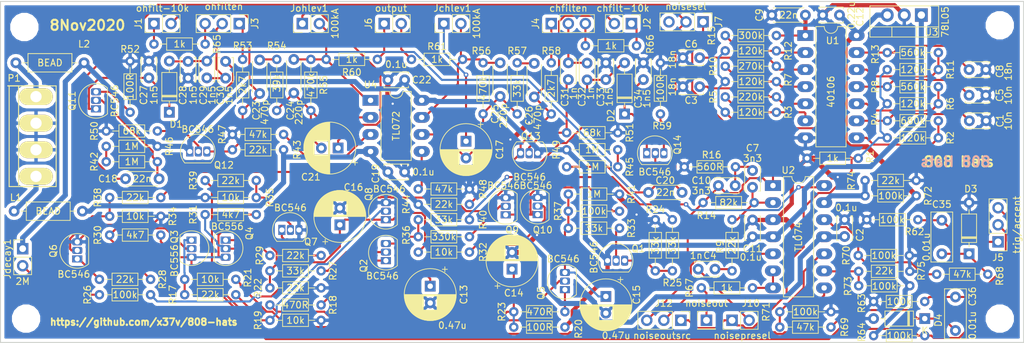
<source format=kicad_pcb>
(kicad_pcb (version 20171130) (host pcbnew 5.0.2-bee76a0~70~ubuntu18.04.1)
  (layers (0 F.Cu signal) (31 B.Cu signal) (34 B.Paste user) (35 F.Paste user) (36 B.SilkS user) (37 F.SilkS user) (38 B.Mask user) (39 F.Mask user) (44 Edge.Cuts user))
  (net 0 "")
  (net 1 "Net-(C1-Pad1)")
  (net 2 GND)
  (net 3 -15V)
  (net 4 "Net-(C3-Pad1)")
  (net 5 "Net-(C4-Pad2)")
  (net 6 "Net-(C4-Pad1)")
  (net 7 "Net-(C5-Pad1)")
  (net 8 "Net-(C6-Pad1)")
  (net 9 "Net-(C10-Pad2)")
  (net 10 "Net-(C7-Pad2)")
  (net 11 "Net-(C8-Pad1)")
  (net 12 "Net-(C9-Pad1)")
  (net 13 "Net-(C10-Pad1)")
  (net 14 +15V)
  (net 15 +5V)
  (net 16 "Net-(C13-Pad1)")
  (net 17 "Net-(C14-Pad1)")
  (net 18 "Net-(C15-Pad1)")
  (net 19 "Net-(C16-Pad1)")
  (net 20 "Net-(C17-Pad1)")
  (net 21 "Net-(C17-Pad2)")
  (net 22 "Net-(C18-Pad1)")
  (net 23 noise)
  (net 24 "Net-(C20-Pad1)")
  (net 25 "Net-(C21-Pad1)")
  (net 26 "Net-(C21-Pad2)")
  (net 27 "Net-(C23-Pad1)")
  (net 28 "Net-(C23-Pad2)")
  (net 29 "Net-(C24-Pad1)")
  (net 30 "Net-(C25-Pad1)")
  (net 31 "Net-(C26-Pad1)")
  (net 32 "Net-(C26-Pad2)")
  (net 33 "Net-(C27-Pad2)")
  (net 34 ohcnt)
  (net 35 "Net-(C29-Pad2)")
  (net 36 "Net-(C30-Pad2)")
  (net 37 "Net-(C31-Pad2)")
  (net 38 "Net-(C31-Pad1)")
  (net 39 chcnt)
  (net 40 "Net-(C34-Pad2)")
  (net 41 "Net-(C35-Pad1)")
  (net 42 ohtrig)
  (net 43 chtrig)
  (net 44 "Net-(C36-Pad1)")
  (net 45 "Net-(J1-Pad1)")
  (net 46 "Net-(J2-Pad1)")
  (net 47 "Net-(J3-Pad3)")
  (net 48 "Net-(J3-Pad1)")
  (net 49 "Net-(J4-Pad3)")
  (net 50 "Net-(J4-Pad1)")
  (net 51 accent)
  (net 52 ohout)
  (net 53 chout)
  (net 54 "Net-(J7-Pad3)")
  (net 55 "Net-(J9-Pad1)")
  (net 56 "Net-(J10-Pad1)")
  (net 57 "Net-(J12-Pad2)")
  (net 58 "Net-(Jdecay1-Pad2)")
  (net 59 "Net-(L1-Pad2)")
  (net 60 "Net-(L2-Pad2)")
  (net 61 "Net-(Q1-Pad3)")
  (net 62 "Net-(Q1-Pad2)")
  (net 63 "Net-(Q2-Pad1)")
  (net 64 "Net-(Q2-Pad2)")
  (net 65 "Net-(Q3-Pad2)")
  (net 66 "Net-(Q3-Pad1)")
  (net 67 "Net-(Q4-Pad2)")
  (net 68 "Net-(Q4-Pad1)")
  (net 69 "Net-(Q5-Pad2)")
  (net 70 "Net-(Q5-Pad1)")
  (net 71 "Net-(Q6-Pad2)")
  (net 72 "Net-(Q6-Pad1)")
  (net 73 "Net-(Q7-Pad1)")
  (net 74 "Net-(Q7-Pad2)")
  (net 75 "Net-(Q8-Pad2)")
  (net 76 "Net-(Q10-Pad1)")
  (net 77 "Net-(Q9-Pad2)")
  (net 78 "Net-(Q10-Pad2)")
  (net 79 "Net-(Q11-Pad3)")
  (net 80 "Net-(Q14-Pad3)")
  (net 81 "Net-(R2-Pad2)")
  (net 82 "Net-(R3-Pad2)")
  (net 83 "Net-(R6-Pad2)")
  (net 84 "Net-(R10-Pad1)")
  (net 85 "Net-(R11-Pad2)")
  (net 86 "Net-(R12-Pad2)")
  (net 87 "Net-(R38-Pad1)")
  (net 88 "Net-(R39-Pad1)")
  (net 89 "Net-(R42-Pad1)")
  (net 90 "Net-(R45-Pad1)")
  (net 91 "Net-(R47-Pad2)")
  (net 92 "Net-(R48-Pad2)")
  (net 93 "Net-(R67-Pad2)")
  (net 94 "Net-(R68-Pad2)")
  (net 95 "Net-(R69-Pad2)")
  (net 96 "Net-(R72-Pad1)")
  (net 97 "Net-(R73-Pad1)")
  (module Package_TO_SOT_THT:TO-92L_Inline (layer F.Cu) (at 114.554 89.408 90)
    (fp_text reference Q2 (at -0.762 -3.302 90) (layer F.SilkS))
    (fp_text value BC546 (at -2.286 -0.508 180) (layer F.SilkS))
    (pad 1 thru_hole rect (at 0 0 90) (size 1.05 1.5) (drill 0.75) (layers *.Cu *.Mask) (net 63 "Net-(Q2-Pad1)"))
    (pad 3 thru_hole roundrect (at 2.54 0 90) (size 1.05 1.5) (drill 0.75) (layers *.Cu *.Mask) (net 16 "Net-(C13-Pad1)"))
    (pad 2 thru_hole roundrect (at 1.27 0 90) (size 1.05 1.5) (drill 0.75) (layers *.Cu *.Mask) (net 64 "Net-(Q2-Pad2)"))
  )
  (module Connector_PinHeader_2.54mm:PinHeader_1x02_P2.54mm_Vertical (layer F.Cu) (at 166.116 98.298 90)
    (fp_text reference J10 (at 2.54 2.794 180) (layer F.SilkS))
    (fp_text value noisepresel (at -2.286 1.524 180) (layer F.SilkS))
    (pad 2 thru_hole oval (at 0 2.54 90) (size 1.7 1.7) (drill 1) (layers *.Cu *.Mask) (net 5 "Net-(C4-Pad2)"))
    (pad 1 thru_hole rect (at 0 0 90) (size 1.7 1.7) (drill 1) (layers *.Cu *.Mask) (net 56 "Net-(J10-Pad1)"))
  )
  (module Capacitor_THT:CP_Radial_D7.5mm_P2.50mm (layer F.Cu) (at 147.32 94.742 270)
    (fp_text reference C15 (at -0.254 -4.572 90) (layer F.SilkS))
    (fp_text value 0.47u (at 5.842 -1.524) (layer F.SilkS))
    (pad 2 thru_hole circle (at 2.5 0 270) (size 1.6 1.6) (drill 0.8) (layers *.Cu *.Mask) (net 2 GND))
    (pad 1 thru_hole rect (at 0 0 270) (size 1.6 1.6) (drill 0.8) (layers *.Cu *.Mask) (net 18 "Net-(C15-Pad1)"))
  )
  (module Connector_PinHeader_2.54mm:PinHeader_1x03_P2.54mm_Vertical (layer F.Cu) (at 158.496 98.298 270)
    (fp_text reference J12 (at -2.54 2.54) (layer F.SilkS))
    (fp_text value noiseoutsrc (at 2.286 2.794) (layer F.SilkS))
    (pad 1 thru_hole rect (at 0 0 270) (size 1.7 1.7) (drill 1) (layers *.Cu *.Mask) (net 56 "Net-(J10-Pad1)"))
    (pad 2 thru_hole oval (at 0 2.54 270) (size 1.7 1.7) (drill 1) (layers *.Cu *.Mask) (net 57 "Net-(J12-Pad2)"))
    (pad 3 thru_hole oval (at 0 5.08 270) (size 1.7 1.7) (drill 1) (layers *.Cu *.Mask) (net 13 "Net-(C10-Pad1)"))
  )
  (module Capacitor_THT:C_Disc_D3.4mm_W2.1mm_P2.50mm (layer F.Cu) (at 164.084 78.232)
    (fp_text reference C10 (at -2.54 -0.762 180) (layer F.SilkS))
    (fp_text value 3n3 (at -2.54 0.762) (layer F.SilkS))
    (pad 2 thru_hole circle (at 2.5 0) (size 1.6 1.6) (drill 0.8) (layers *.Cu *.Mask) (net 9 "Net-(C10-Pad2)"))
    (pad 1 thru_hole circle (at 0 0) (size 1.6 1.6) (drill 0.8) (layers *.Cu *.Mask) (net 13 "Net-(C10-Pad1)"))
  )
  (module mta-156:MTA-156-4 (layer F.Cu) (at 62.441001 64.979001)
    (fp_text reference P1 (at -3.259001 -2.749001) (layer F.SilkS))
    (fp_text value MTA-156-4)
    (pad 4 thru_hole oval (at 0 11.88) (size 5 2.5) (drill 1.68) (layers *.Cu *.Mask F.SilkS) (net 59 "Net-(L1-Pad2)"))
    (pad 3 thru_hole oval (at 0 7.92) (size 5 2.5) (drill 1.68) (layers *.Cu *.Mask F.SilkS) (net 2 GND))
    (pad 2 thru_hole oval (at 0 3.96) (size 5 2.5) (drill 1.68) (layers *.Cu *.Mask F.SilkS) (net 2 GND))
    (pad 1 thru_hole oval (at 0 0) (size 5 2.5) (drill 1.68) (layers *.Cu *.Mask F.SilkS) (net 60 "Net-(L2-Pad2)"))
  )
  (module Resistor_THT:R_Axial_DIN0204_L3.6mm_D1.6mm_P7.62mm_Horizontal (layer F.Cu) (at 81.026 80.01 180)
    (fp_text reference R38 (at 9.398 0 270) (layer F.SilkS))
    (fp_text value 22k (at 3.81 0 180) (layer F.SilkS))
    (pad 2 thru_hole oval (at 7.62 0 180) (size 1.4 1.4) (drill 0.7) (layers *.Cu *.Mask) (net 71 "Net-(Q6-Pad2)"))
    (pad 1 thru_hole circle (at 0 0 180) (size 1.4 1.4) (drill 0.7) (layers *.Cu *.Mask) (net 87 "Net-(R38-Pad1)"))
  )
  (module MountingHole:MountingHole_3.2mm_M3 (layer F.Cu) (at 60.706 54.61)
    (fp_text reference REF**)
    (fp_text value MountingHole_3.2mm_M3)
    (pad 1 np_thru_hole circle (at 0 0) (size 3.2 3.2) (drill 3.2) (layers *.Cu *.Mask))
  )
  (module MountingHole:MountingHole_3.2mm_M3 (layer F.Cu) (at 205.994 54.356)
    (fp_text reference REF**)
    (fp_text value MountingHole_3.2mm_M3)
    (pad 1 np_thru_hole circle (at 0 0) (size 3.2 3.2) (drill 3.2) (layers *.Cu *.Mask))
  )
  (module MountingHole:MountingHole_3.2mm_M3 (layer F.Cu) (at 205.994 98.044)
    (fp_text reference REF**)
    (fp_text value MountingHole_3.2mm_M3)
    (pad 1 np_thru_hole circle (at 0 0) (size 3.2 3.2) (drill 3.2) (layers *.Cu *.Mask))
  )
  (module Capacitor_THT:C_Disc_D3.4mm_W2.1mm_P2.50mm (layer F.Cu) (at 201.462 68.58)
    (fp_text reference C1 (at 4.572 0 90) (layer F.SilkS))
    (fp_text value 10n (at 5.802 0 90) (layer F.SilkS))
    (pad 1 thru_hole circle (at 0 0) (size 1.6 1.6) (drill 0.8) (layers *.Cu *.Mask) (net 1 "Net-(C1-Pad1)"))
    (pad 2 thru_hole circle (at 2.5 0) (size 1.6 1.6) (drill 0.8) (layers *.Cu *.Mask) (net 2 GND))
  )
  (module Capacitor_THT:C_Disc_D3.4mm_W2.1mm_P2.50mm (layer F.Cu) (at 182.88 83.312 270)
    (fp_text reference C2 (at 2.286 -2.286 270) (layer F.SilkS))
    (fp_text value 0.1u (at -1.778 -0.254) (layer F.SilkS))
    (pad 2 thru_hole circle (at 2.5 0 270) (size 1.6 1.6) (drill 0.8) (layers *.Cu *.Mask) (net 3 -15V))
    (pad 1 thru_hole circle (at 0 0 270) (size 1.6 1.6) (drill 0.8) (layers *.Cu *.Mask) (net 2 GND))
  )
  (module Capacitor_THT:C_Disc_D3.4mm_W2.1mm_P2.50mm (layer F.Cu) (at 161.29 63.5 180)
    (fp_text reference C3 (at 1.27 -2.032 180) (layer F.SilkS))
    (fp_text value 18n (at 4.064 0 270) (layer F.SilkS))
    (pad 1 thru_hole circle (at 0 0 180) (size 1.6 1.6) (drill 0.8) (layers *.Cu *.Mask) (net 4 "Net-(C3-Pad1)"))
    (pad 2 thru_hole circle (at 2.5 0 180) (size 1.6 1.6) (drill 0.8) (layers *.Cu *.Mask) (net 2 GND))
  )
  (module Capacitor_THT:C_Disc_D3.4mm_W2.1mm_P2.50mm (layer F.Cu) (at 163.576 90.678 180)
    (fp_text reference C4 (at 0.762 2.032) (layer F.SilkS))
    (fp_text value 1n (at 2.794 2.032) (layer F.SilkS))
    (pad 2 thru_hole circle (at 2.5 0 180) (size 1.6 1.6) (drill 0.8) (layers *.Cu *.Mask) (net 5 "Net-(C4-Pad2)"))
    (pad 1 thru_hole circle (at 0 0 180) (size 1.6 1.6) (drill 0.8) (layers *.Cu *.Mask) (net 6 "Net-(C4-Pad1)"))
  )
  (module Capacitor_THT:C_Disc_D3.4mm_W2.1mm_P2.50mm (layer F.Cu) (at 201.422 64.77)
    (fp_text reference C5 (at 4.572 0 90) (layer F.SilkS))
    (fp_text value 10n (at 5.842 0 90) (layer F.SilkS))
    (pad 2 thru_hole circle (at 2.5 0) (size 1.6 1.6) (drill 0.8) (layers *.Cu *.Mask) (net 2 GND))
    (pad 1 thru_hole circle (at 0 0) (size 1.6 1.6) (drill 0.8) (layers *.Cu *.Mask) (net 7 "Net-(C5-Pad1)"))
  )
  (module Capacitor_THT:C_Disc_D3.4mm_W2.1mm_P2.50mm (layer F.Cu) (at 161.29 59.182 180)
    (fp_text reference C6 (at 1.27 2.032 180) (layer F.SilkS))
    (fp_text value 18n (at 4.064 -0.254 270) (layer F.SilkS))
    (pad 2 thru_hole circle (at 2.5 0 180) (size 1.6 1.6) (drill 0.8) (layers *.Cu *.Mask) (net 2 GND))
    (pad 1 thru_hole circle (at 0 0 180) (size 1.6 1.6) (drill 0.8) (layers *.Cu *.Mask) (net 8 "Net-(C6-Pad1)"))
  )
  (module Capacitor_THT:C_Disc_D3.4mm_W2.1mm_P2.50mm (layer F.Cu) (at 169.164 75.986 270)
    (fp_text reference C7 (at -3.342 0) (layer F.SilkS))
    (fp_text value 3n3 (at -1.818 0) (layer F.SilkS))
    (pad 1 thru_hole circle (at 0 0 270) (size 1.6 1.6) (drill 0.8) (layers *.Cu *.Mask) (net 9 "Net-(C10-Pad2)"))
    (pad 2 thru_hole circle (at 2.5 0 270) (size 1.6 1.6) (drill 0.8) (layers *.Cu *.Mask) (net 10 "Net-(C7-Pad2)"))
  )
  (module Capacitor_THT:C_Disc_D3.4mm_W2.1mm_P2.50mm (layer F.Cu) (at 201.422 60.96)
    (fp_text reference C8 (at 4.572 0.254 90) (layer F.SilkS))
    (fp_text value 18n (at 5.842 0.254 90) (layer F.SilkS))
    (pad 2 thru_hole circle (at 2.5 0) (size 1.6 1.6) (drill 0.8) (layers *.Cu *.Mask) (net 2 GND))
    (pad 1 thru_hole circle (at 0 0) (size 1.6 1.6) (drill 0.8) (layers *.Cu *.Mask) (net 11 "Net-(C8-Pad1)"))
  )
  (module Capacitor_THT:C_Disc_D4.3mm_W1.9mm_P5.00mm (layer F.Cu) (at 177.038 52.832 180)
    (fp_text reference C9 (at 6.858 0 270) (layer F.SilkS))
    (fp_text value 22n (at 2.5 0 180) (layer F.SilkS))
    (pad 1 thru_hole circle (at 0 0 180) (size 1.6 1.6) (drill 0.8) (layers *.Cu *.Mask) (net 12 "Net-(C9-Pad1)"))
    (pad 2 thru_hole circle (at 5 0 180) (size 1.6 1.6) (drill 0.8) (layers *.Cu *.Mask) (net 2 GND))
  )
  (module Capacitor_THT:C_Disc_D3.4mm_W2.1mm_P2.50mm (layer F.Cu) (at 169.164 85.852 90)
    (fp_text reference C11 (at -1.778 0 180) (layer F.SilkS))
    (fp_text value 0.1u (at -3.048 -0.254 180) (layer F.SilkS))
    (pad 1 thru_hole circle (at 0 0 90) (size 1.6 1.6) (drill 0.8) (layers *.Cu *.Mask) (net 14 +15V))
    (pad 2 thru_hole circle (at 2.5 0 90) (size 1.6 1.6) (drill 0.8) (layers *.Cu *.Mask) (net 2 GND))
  )
  (module Capacitor_THT:C_Disc_D3.4mm_W2.1mm_P2.50mm (layer F.Cu) (at 182.118 52.832 180)
    (fp_text reference C12 (at -3.048 -0.254 270) (layer F.SilkS))
    (fp_text value 0.22u (at -1.778 0 270) (layer F.SilkS))
    (pad 1 thru_hole circle (at 0 0 180) (size 1.6 1.6) (drill 0.8) (layers *.Cu *.Mask) (net 15 +5V))
    (pad 2 thru_hole circle (at 2.5 0 180) (size 1.6 1.6) (drill 0.8) (layers *.Cu *.Mask) (net 2 GND))
  )
  (module Capacitor_THT:CP_Radial_D7.5mm_P2.50mm (layer F.Cu) (at 121.158 93.218 270)
    (fp_text reference C13 (at 1.25 -5 270) (layer F.SilkS))
    (fp_text value 0.47u (at 5.842 -3.302) (layer F.SilkS))
    (pad 2 thru_hole circle (at 2.5 0 270) (size 1.6 1.6) (drill 0.8) (layers *.Cu *.Mask) (net 2 GND))
    (pad 1 thru_hole rect (at 0 0 270) (size 1.6 1.6) (drill 0.8) (layers *.Cu *.Mask) (net 16 "Net-(C13-Pad1)"))
  )
  (module Capacitor_THT:CP_Radial_D7.5mm_P2.50mm (layer F.Cu) (at 133.35 90.678 90)
    (fp_text reference C14 (at -3.556 0.254 180) (layer F.SilkS))
    (fp_text value 47u/16v)
    (pad 2 thru_hole circle (at 2.5 0 90) (size 1.6 1.6) (drill 0.8) (layers *.Cu *.Mask) (net 2 GND))
    (pad 1 thru_hole rect (at 0 0 90) (size 1.6 1.6) (drill 0.8) (layers *.Cu *.Mask) (net 17 "Net-(C14-Pad1)"))
  )
  (module Capacitor_THT:CP_Radial_D7.5mm_P2.50mm (layer F.Cu) (at 107.696 84.074 90)
    (fp_text reference C16 (at 5.588 2.032 180) (layer F.SilkS))
    (fp_text value 10u/16v)
    (pad 1 thru_hole rect (at 0 0 90) (size 1.6 1.6) (drill 0.8) (layers *.Cu *.Mask) (net 19 "Net-(C16-Pad1)"))
    (pad 2 thru_hole circle (at 2.5 0 90) (size 1.6 1.6) (drill 0.8) (layers *.Cu *.Mask) (net 2 GND))
  )
  (module Capacitor_THT:CP_Radial_D7.5mm_P2.50mm (layer F.Cu) (at 126.492 71.628 270)
    (fp_text reference C17 (at 1.25 -5 270) (layer F.SilkS))
    (fp_text value 33u/6.3v)
    (pad 1 thru_hole rect (at 0 0 270) (size 1.6 1.6) (drill 0.8) (layers *.Cu *.Mask) (net 20 "Net-(C17-Pad1)"))
    (pad 2 thru_hole circle (at 2.5 0 270) (size 1.6 1.6) (drill 0.8) (layers *.Cu *.Mask) (net 21 "Net-(C17-Pad2)"))
  )
  (module Capacitor_THT:C_Disc_D4.3mm_W1.9mm_P5.00mm (layer F.Cu) (at 80.772 77.216 180)
    (fp_text reference C18 (at 7.62 0 180) (layer F.SilkS))
    (fp_text value 22n (at 2.54 0 180) (layer F.SilkS))
    (pad 1 thru_hole circle (at 0 0 180) (size 1.6 1.6) (drill 0.8) (layers *.Cu *.Mask) (net 22 "Net-(C18-Pad1)"))
    (pad 2 thru_hole circle (at 5 0 180) (size 1.6 1.6) (drill 0.8) (layers *.Cu *.Mask) (net 23 noise))
  )
  (module Capacitor_THT:C_Disc_D3.4mm_W2.1mm_P2.50mm (layer F.Cu) (at 117.348 76.2 180)
    (fp_text reference C19 (at 4.318 -0.254 90) (layer F.SilkS))
    (fp_text value 0.1u (at -2.794 0) (layer F.SilkS))
    (pad 1 thru_hole circle (at 0 0 180) (size 1.6 1.6) (drill 0.8) (layers *.Cu *.Mask) (net 2 GND))
    (pad 2 thru_hole circle (at 2.5 0 180) (size 1.6 1.6) (drill 0.8) (layers *.Cu *.Mask) (net 3 -15V))
  )
  (module Capacitor_THT:C_Disc_D4.3mm_W1.9mm_P5.00mm (layer F.Cu) (at 153.67 79.248)
    (fp_text reference C20 (at 2.5 -1.778) (layer F.SilkS))
    (fp_text value 22n (at 2.54 0) (layer F.SilkS))
    (pad 2 thru_hole circle (at 5 0) (size 1.6 1.6) (drill 0.8) (layers *.Cu *.Mask) (net 23 noise))
    (pad 1 thru_hole circle (at 0 0) (size 1.6 1.6) (drill 0.8) (layers *.Cu *.Mask) (net 24 "Net-(C20-Pad1)"))
  )
  (module Capacitor_THT:CP_Radial_D7.5mm_P2.50mm (layer F.Cu) (at 107.442 72.644 180)
    (fp_text reference C21 (at 4.064 -4.318 180) (layer F.SilkS))
    (fp_text value 33u/6.3v)
    (pad 1 thru_hole rect (at 0 0 180) (size 1.6 1.6) (drill 0.8) (layers *.Cu *.Mask) (net 25 "Net-(C21-Pad1)"))
    (pad 2 thru_hole circle (at 2.5 0 180) (size 1.6 1.6) (drill 0.8) (layers *.Cu *.Mask) (net 26 "Net-(C21-Pad2)"))
  )
  (module Capacitor_THT:C_Disc_D3.4mm_W2.1mm_P2.50mm (layer F.Cu) (at 117.348 62.484 180)
    (fp_text reference C22 (at -2.54 0 180) (layer F.SilkS))
    (fp_text value 0.1u (at 1.25 2.3 180) (layer F.SilkS))
    (pad 1 thru_hole circle (at 0 0 180) (size 1.6 1.6) (drill 0.8) (layers *.Cu *.Mask) (net 14 +15V))
    (pad 2 thru_hole circle (at 2.5 0 180) (size 1.6 1.6) (drill 0.8) (layers *.Cu *.Mask) (net 2 GND))
  )
  (module Capacitor_THT:C_Disc_D4.3mm_W1.9mm_P5.00mm (layer F.Cu) (at 95.758 64.516 90)
    (fp_text reference C23 (at -2.54 -0.508 90) (layer F.SilkS))
    (fp_text value 470p (at -2.794 0.762 90) (layer F.SilkS))
    (pad 1 thru_hole circle (at 0 0 90) (size 1.6 1.6) (drill 0.8) (layers *.Cu *.Mask) (net 27 "Net-(C23-Pad1)"))
    (pad 2 thru_hole circle (at 5 0 90) (size 1.6 1.6) (drill 0.8) (layers *.Cu *.Mask) (net 28 "Net-(C23-Pad2)"))
  )
  (module Capacitor_THT:C_Disc_D4.3mm_W1.9mm_P5.00mm (layer F.Cu) (at 100.838 59.436 270)
    (fp_text reference C24 (at 7.62 0.508 90) (layer F.SilkS))
    (fp_text value 220p (at 7.874 -0.762 270) (layer F.SilkS))
    (pad 2 thru_hole circle (at 5 0 270) (size 1.6 1.6) (drill 0.8) (layers *.Cu *.Mask) (net 26 "Net-(C21-Pad2)"))
    (pad 1 thru_hole circle (at 0 0 270) (size 1.6 1.6) (drill 0.8) (layers *.Cu *.Mask) (net 29 "Net-(C24-Pad1)"))
  )
  (module Capacitor_THT:C_Disc_D4.3mm_W1.9mm_P5.00mm (layer F.Cu) (at 131.572 59.944 270)
    (fp_text reference C25 (at 7.62 0.762 90) (layer F.SilkS))
    (fp_text value 220p (at 7.874 -0.508 270) (layer F.SilkS))
    (pad 2 thru_hole circle (at 5 0 270) (size 1.6 1.6) (drill 0.8) (layers *.Cu *.Mask) (net 21 "Net-(C17-Pad2)"))
    (pad 1 thru_hole circle (at 0 0 270) (size 1.6 1.6) (drill 0.8) (layers *.Cu *.Mask) (net 30 "Net-(C25-Pad1)"))
  )
  (module Capacitor_THT:C_Disc_D4.3mm_W1.9mm_P5.00mm (layer F.Cu) (at 136.652 65.024 90)
    (fp_text reference C26 (at -2.794 -0.762 270) (layer F.SilkS))
    (fp_text value 470p (at -3.048 0.508 90) (layer F.SilkS))
    (pad 1 thru_hole circle (at 0 0 90) (size 1.6 1.6) (drill 0.8) (layers *.Cu *.Mask) (net 31 "Net-(C26-Pad1)"))
    (pad 2 thru_hole circle (at 5 0 90) (size 1.6 1.6) (drill 0.8) (layers *.Cu *.Mask) (net 32 "Net-(C26-Pad2)"))
  )
  (module Capacitor_THT:C_Disc_D3.4mm_W2.1mm_P2.50mm (layer F.Cu) (at 79.248 59.69 270)
    (fp_text reference C27 (at 5.08 0.762 270) (layer F.SilkS))
    (fp_text value 1n5 (at 5.08 -0.762 270) (layer F.SilkS))
    (pad 2 thru_hole circle (at 2.5 0 270) (size 1.6 1.6) (drill 0.8) (layers *.Cu *.Mask) (net 33 "Net-(C27-Pad2)"))
    (pad 1 thru_hole circle (at 0 0 270) (size 1.6 1.6) (drill 0.8) (layers *.Cu *.Mask) (net 2 GND))
  )
  (module Capacitor_THT:C_Disc_D3.4mm_W2.1mm_P2.50mm (layer F.Cu) (at 85.09 62.23 90)
    (fp_text reference C28 (at -2.54 -0.762 90) (layer F.SilkS))
    (fp_text value 1n5 (at -2.54 0.762 90) (layer F.SilkS))
    (pad 1 thru_hole circle (at 0 0 90) (size 1.6 1.6) (drill 0.8) (layers *.Cu *.Mask) (net 2 GND))
    (pad 2 thru_hole circle (at 2.5 0 90) (size 1.6 1.6) (drill 0.8) (layers *.Cu *.Mask) (net 34 ohcnt))
  )
  (module Capacitor_THT:C_Disc_D3.4mm_W2.1mm_P2.50mm (layer F.Cu) (at 87.884 59.69 270)
    (fp_text reference C29 (at 5.08 0.508 270) (layer F.SilkS))
    (fp_text value 1n5 (at 5.08 -0.762 270) (layer F.SilkS))
    (pad 1 thru_hole circle (at 0 0 270) (size 1.6 1.6) (drill 0.8) (layers *.Cu *.Mask) (net 34 ohcnt))
    (pad 2 thru_hole circle (at 2.5 0 270) (size 1.6 1.6) (drill 0.8) (layers *.Cu *.Mask) (net 35 "Net-(C29-Pad2)"))
  )
  (module Capacitor_THT:C_Disc_D3.4mm_W2.1mm_P2.50mm (layer F.Cu) (at 90.678 62.23 90)
    (fp_text reference C30 (at -2.54 -0.762 90) (layer F.SilkS))
    (fp_text value 1n5 (at -2.54 0.508 90) (layer F.SilkS))
    (pad 2 thru_hole circle (at 2.5 0 90) (size 1.6 1.6) (drill 0.8) (layers *.Cu *.Mask) (net 36 "Net-(C30-Pad2)"))
    (pad 1 thru_hole circle (at 0 0 90) (size 1.6 1.6) (drill 0.8) (layers *.Cu *.Mask) (net 35 "Net-(C29-Pad2)"))
  )
  (module Capacitor_THT:C_Disc_D3.4mm_W2.1mm_P2.50mm (layer F.Cu) (at 141.732 59.944 270)
    (fp_text reference C31 (at 5.08 0.508 90) (layer F.SilkS))
    (fp_text value 1n (at 4.572 -0.762 270) (layer F.SilkS))
    (pad 2 thru_hole circle (at 2.5 0 270) (size 1.6 1.6) (drill 0.8) (layers *.Cu *.Mask) (net 37 "Net-(C31-Pad2)"))
    (pad 1 thru_hole circle (at 0 0 270) (size 1.6 1.6) (drill 0.8) (layers *.Cu *.Mask) (net 38 "Net-(C31-Pad1)"))
  )
  (module Capacitor_THT:C_Disc_D3.4mm_W2.1mm_P2.50mm (layer F.Cu) (at 144.526 62.484 90)
    (fp_text reference C32 (at -2.54 -0.762 270) (layer F.SilkS))
    (fp_text value 1n (at -2.032 0.508 90) (layer F.SilkS))
    (pad 1 thru_hole circle (at 0 0 90) (size 1.6 1.6) (drill 0.8) (layers *.Cu *.Mask) (net 39 chcnt))
    (pad 2 thru_hole circle (at 2.5 0 90) (size 1.6 1.6) (drill 0.8) (layers *.Cu *.Mask) (net 38 "Net-(C31-Pad1)"))
  )
  (module Capacitor_THT:C_Disc_D3.4mm_W2.1mm_P2.50mm (layer F.Cu) (at 147.32 59.944 270)
    (fp_text reference C33 (at 5.08 0.762 90) (layer F.SilkS))
    (fp_text value 1n5 (at 5.08 -0.508 270) (layer F.SilkS))
    (pad 1 thru_hole circle (at 0 0 270) (size 1.6 1.6) (drill 0.8) (layers *.Cu *.Mask) (net 2 GND))
    (pad 2 thru_hole circle (at 2.5 0 270) (size 1.6 1.6) (drill 0.8) (layers *.Cu *.Mask) (net 39 chcnt))
  )
  (module Capacitor_THT:C_Disc_D3.4mm_W2.1mm_P2.50mm (layer F.Cu) (at 152.908 59.944 270)
    (fp_text reference C34 (at 5.334 0.762 90) (layer F.SilkS))
    (fp_text value 1n5 (at 5.334 -0.508 270) (layer F.SilkS))
    (pad 2 thru_hole circle (at 2.5 0 270) (size 1.6 1.6) (drill 0.8) (layers *.Cu *.Mask) (net 40 "Net-(C34-Pad2)"))
    (pad 1 thru_hole circle (at 0 0 270) (size 1.6 1.6) (drill 0.8) (layers *.Cu *.Mask) (net 2 GND))
  )
  (module Capacitor_THT:C_Rect_L7.2mm_W3.0mm_P5.00mm_FKS2_FKP2_MKS2_MKP2 (layer F.Cu) (at 197.358 88.392 90)
    (fp_text reference C35 (at 7.366 0 180) (layer F.SilkS))
    (fp_text value 0.01u (at 1.016 -2.286 90) (layer F.SilkS))
    (pad 1 thru_hole circle (at 0 0 90) (size 1.6 1.6) (drill 0.8) (layers *.Cu *.Mask) (net 41 "Net-(C35-Pad1)"))
    (pad 2 thru_hole circle (at 5 0 90) (size 1.6 1.6) (drill 0.8) (layers *.Cu *.Mask) (net 42 ohtrig))
  )
  (module Capacitor_THT:C_Rect_L7.2mm_W3.0mm_P5.00mm_FKS2_FKP2_MKS2_MKP2 (layer F.Cu) (at 199.39 99.822 90)
    (fp_text reference C36 (at 5.08 2.54 90) (layer F.SilkS))
    (fp_text value 0.01u (at 0.762 2.54 270) (layer F.SilkS))
    (pad 2 thru_hole circle (at 5 0 90) (size 1.6 1.6) (drill 0.8) (layers *.Cu *.Mask) (net 43 chtrig))
    (pad 1 thru_hole circle (at 0 0 90) (size 1.6 1.6) (drill 0.8) (layers *.Cu *.Mask) (net 44 "Net-(C36-Pad1)"))
  )
  (module Diode_THT:D_DO-35_SOD27_P7.62mm_Horizontal (layer F.Cu) (at 82.296 67.31 90)
    (fp_text reference D1 (at -1.778 1.016) (layer F.SilkS))
    (fp_text value 1N914)
    (pad 2 thru_hole oval (at 7.62 0 90) (size 1.6 1.6) (drill 0.8) (layers *.Cu *.Mask) (net 34 ohcnt))
    (pad 1 thru_hole rect (at 0 0 90) (size 1.6 1.6) (drill 0.8) (layers *.Cu *.Mask) (net 33 "Net-(C27-Pad2)"))
  )
  (module Diode_THT:D_DO-35_SOD27_P7.62mm_Horizontal (layer F.Cu) (at 150.114 67.564 90)
    (fp_text reference D2 (at -0.254 -2.032 90) (layer F.SilkS))
    (fp_text value 1N914)
    (pad 2 thru_hole oval (at 7.62 0 90) (size 1.6 1.6) (drill 0.8) (layers *.Cu *.Mask) (net 39 chcnt))
    (pad 1 thru_hole rect (at 0 0 90) (size 1.6 1.6) (drill 0.8) (layers *.Cu *.Mask) (net 40 "Net-(C34-Pad2)"))
  )
  (module Diode_THT:D_DO-35_SOD27_P7.62mm_Horizontal (layer F.Cu) (at 201.422 88.392 90)
    (fp_text reference D3 (at 9.652 0.254 180) (layer F.SilkS))
    (fp_text value 1N4148)
    (pad 1 thru_hole rect (at 0 0 90) (size 1.6 1.6) (drill 0.8) (layers *.Cu *.Mask) (net 41 "Net-(C35-Pad1)"))
    (pad 2 thru_hole oval (at 7.62 0 90) (size 1.6 1.6) (drill 0.8) (layers *.Cu *.Mask) (net 2 GND))
  )
  (module Diode_THT:D_DO-35_SOD27_P7.62mm_Horizontal (layer F.Cu) (at 194.818 98.044 180)
    (fp_text reference D4 (at -2.032 -0.254 270) (layer F.SilkS))
    (fp_text value 1N4148)
    (fp_text user K (at 0 -1.8 180) (layer F.SilkS))
    (pad 1 thru_hole rect (at 0 0 180) (size 1.6 1.6) (drill 0.8) (layers *.Cu *.Mask) (net 44 "Net-(C36-Pad1)"))
    (pad 2 thru_hole oval (at 7.62 0 180) (size 1.6 1.6) (drill 0.8) (layers *.Cu *.Mask) (net 2 GND))
  )
  (module Connector_PinHeader_2.54mm:PinHeader_1x02_P2.54mm_Vertical (layer F.Cu) (at 80.01 54.102 90)
    (fp_text reference J1 (at 0 -2.33 90) (layer F.SilkS))
    (fp_text value ohfilt-10k (at 2.286 1.27 180) (layer F.SilkS))
    (pad 1 thru_hole rect (at 0 0 90) (size 1.7 1.7) (drill 1) (layers *.Cu *.Mask) (net 45 "Net-(J1-Pad1)"))
    (pad 2 thru_hole oval (at 0 2.54 90) (size 1.7 1.7) (drill 1) (layers *.Cu *.Mask) (net 27 "Net-(C23-Pad1)"))
  )
  (module Connector_PinHeader_2.54mm:PinHeader_1x02_P2.54mm_Vertical (layer F.Cu) (at 151.13 54.102 270)
    (fp_text reference J2 (at 0 -2.33 270) (layer F.SilkS))
    (fp_text value chfilt-10k (at -2.286 1.27) (layer F.SilkS))
    (pad 2 thru_hole oval (at 0 2.54 270) (size 1.7 1.7) (drill 1) (layers *.Cu *.Mask) (net 31 "Net-(C26-Pad1)"))
    (pad 1 thru_hole rect (at 0 0 270) (size 1.7 1.7) (drill 1) (layers *.Cu *.Mask) (net 46 "Net-(J2-Pad1)"))
  )
  (module Connector_PinHeader_2.54mm:PinHeader_1x03_P2.54mm_Vertical (layer F.Cu) (at 92.71 54.102 270)
    (fp_text reference J3 (at 0 -2.33 270) (layer F.SilkS))
    (fp_text value ohfilten (at -2.54 2.286) (layer F.SilkS))
    (pad 3 thru_hole oval (at 0 5.08 270) (size 1.7 1.7) (drill 1) (layers *.Cu *.Mask) (net 47 "Net-(J3-Pad3)"))
    (pad 2 thru_hole oval (at 0 2.54 270) (size 1.7 1.7) (drill 1) (layers *.Cu *.Mask) (net 35 "Net-(C29-Pad2)"))
    (pad 1 thru_hole rect (at 0 0 270) (size 1.7 1.7) (drill 1) (layers *.Cu *.Mask) (net 48 "Net-(J3-Pad1)"))
  )
  (module Connector_PinHeader_2.54mm:PinHeader_1x03_P2.54mm_Vertical (layer F.Cu) (at 139.192 54.102 90)
    (fp_text reference J4 (at 0 -2.33 90) (layer F.SilkS))
    (fp_text value chfilten (at 2.286 2.54 180) (layer F.SilkS))
    (pad 3 thru_hole oval (at 0 5.08 90) (size 1.7 1.7) (drill 1) (layers *.Cu *.Mask) (net 49 "Net-(J4-Pad3)"))
    (pad 2 thru_hole oval (at 0 2.54 90) (size 1.7 1.7) (drill 1) (layers *.Cu *.Mask) (net 38 "Net-(C31-Pad1)"))
    (pad 1 thru_hole rect (at 0 0 90) (size 1.7 1.7) (drill 1) (layers *.Cu *.Mask) (net 50 "Net-(J4-Pad1)"))
  )
  (module Connector_PinHeader_2.54mm:PinHeader_1x03_P2.54mm_Vertical (layer F.Cu) (at 205.74 86.614 180)
    (fp_text reference J5 (at 0 -2.33 180) (layer F.SilkS))
    (fp_text value trig/accent (at -2.794 2.54 270) (layer F.SilkS))
    (pad 1 thru_hole rect (at 0 0 180) (size 1.7 1.7) (drill 1) (layers *.Cu *.Mask) (net 42 ohtrig))
    (pad 2 thru_hole oval (at 0 2.54 180) (size 1.7 1.7) (drill 1) (layers *.Cu *.Mask) (net 43 chtrig))
    (pad 3 thru_hole oval (at 0 5.08 180) (size 1.7 1.7) (drill 1) (layers *.Cu *.Mask) (net 51 accent))
  )
  (module Connector_PinHeader_2.54mm:PinHeader_1x02_P2.54mm_Vertical (layer F.Cu) (at 114.3 54.102 90)
    (fp_text reference J6 (at 0 -2.33 90) (layer F.SilkS))
    (fp_text value output (at 2.286 1.016 180) (layer F.SilkS))
    (pad 1 thru_hole rect (at 0 0 90) (size 1.7 1.7) (drill 1) (layers *.Cu *.Mask) (net 52 ohout))
    (pad 2 thru_hole oval (at 0 2.54 90) (size 1.7 1.7) (drill 1) (layers *.Cu *.Mask) (net 53 chout))
  )
  (module Connector_PinHeader_2.54mm:PinHeader_1x03_P2.54mm_Vertical (layer F.Cu) (at 161.798 53.848 270)
    (fp_text reference J7 (at 0 -2.33 270) (layer F.SilkS))
    (fp_text value noisesel (at -2.286 2.54) (layer F.SilkS))
    (pad 3 thru_hole oval (at 0 5.08 270) (size 1.7 1.7) (drill 1) (layers *.Cu *.Mask) (net 54 "Net-(J7-Pad3)"))
    (pad 2 thru_hole oval (at 0 2.54 270) (size 1.7 1.7) (drill 1) (layers *.Cu *.Mask) (net 23 noise))
    (pad 1 thru_hole rect (at 0 0 270) (size 1.7 1.7) (drill 1) (layers *.Cu *.Mask) (net 13 "Net-(C10-Pad1)"))
  )
  (module Connector_PinHeader_2.54mm:PinHeader_1x01_P2.54mm_Vertical (layer F.Cu) (at 162.306 98.298)
    (fp_text reference J9)
    (fp_text value noiseout (at 0 -2.54) (layer F.SilkS))
    (pad 1 thru_hole rect (at 0 0) (size 1.7 1.7) (drill 1) (layers *.Cu *.Mask) (net 55 "Net-(J9-Pad1)"))
  )
  (module Connector_PinHeader_2.54mm:PinHeader_1x02_P2.54mm_Vertical (layer F.Cu) (at 123.19 54.102 90)
    (fp_text reference Jchlev1 (at 2.286 1.27 180) (layer F.SilkS))
    (fp_text value 100kA (at 0 4.87 90) (layer F.SilkS))
    (pad 1 thru_hole rect (at 0 0 90) (size 1.7 1.7) (drill 1) (layers *.Cu *.Mask) (net 20 "Net-(C17-Pad1)"))
    (pad 2 thru_hole oval (at 0 2.54 90) (size 1.7 1.7) (drill 1) (layers *.Cu *.Mask) (net 30 "Net-(C25-Pad1)"))
  )
  (module Connector_PinHeader_2.54mm:PinHeader_1x02_P2.54mm_Vertical (layer F.Cu) (at 60.452 87.63)
    (fp_text reference Jdecay1 (at -2.286 1.524 90) (layer F.SilkS))
    (fp_text value 2M (at 0 4.87) (layer F.SilkS))
    (pad 2 thru_hole oval (at 0 2.54) (size 1.7 1.7) (drill 1) (layers *.Cu *.Mask) (net 58 "Net-(Jdecay1-Pad2)"))
    (pad 1 thru_hole rect (at 0 0) (size 1.7 1.7) (drill 1) (layers *.Cu *.Mask) (net 14 +15V))
  )
  (module Connector_PinHeader_2.54mm:PinHeader_1x02_P2.54mm_Vertical (layer F.Cu) (at 102.108 54.102 90)
    (fp_text reference Johlev1 (at 2.286 1.016 180) (layer F.SilkS))
    (fp_text value 100kA (at 0 4.87 90) (layer F.SilkS))
    (pad 2 thru_hole oval (at 0 2.54 90) (size 1.7 1.7) (drill 1) (layers *.Cu *.Mask) (net 29 "Net-(C24-Pad1)"))
    (pad 1 thru_hole rect (at 0 0 90) (size 1.7 1.7) (drill 1) (layers *.Cu *.Mask) (net 25 "Net-(C21-Pad1)"))
  )
  (module Resistor_THT:R_Axial_DIN0207_L6.3mm_D2.5mm_P10.16mm_Horizontal (layer F.Cu) (at 69.342 82.042 180)
    (fp_text reference L1 (at 9.906 2.032 180) (layer F.SilkS))
    (fp_text value BEAD (at 5.08 0 180) (layer F.SilkS))
    (pad 2 thru_hole oval (at 10.16 0 180) (size 1.6 1.6) (drill 0.8) (layers *.Cu *.Mask) (net 59 "Net-(L1-Pad2)"))
    (pad 1 thru_hole circle (at 0 0 180) (size 1.6 1.6) (drill 0.8) (layers *.Cu *.Mask) (net 3 -15V))
  )
  (module Resistor_THT:R_Axial_DIN0207_L6.3mm_D2.5mm_P10.16mm_Horizontal (layer F.Cu) (at 69.596 59.944 180)
    (fp_text reference L2 (at 0 2.794 180) (layer F.SilkS))
    (fp_text value BEAD (at 5.08 0 180) (layer F.SilkS))
    (pad 1 thru_hole circle (at 0 0 180) (size 1.6 1.6) (drill 0.8) (layers *.Cu *.Mask) (net 14 +15V))
    (pad 2 thru_hole oval (at 10.16 0 180) (size 1.6 1.6) (drill 0.8) (layers *.Cu *.Mask) (net 60 "Net-(L2-Pad2)"))
  )
  (module Package_TO_SOT_THT:TO-92L_Inline (layer F.Cu) (at 147.574 89.408)
    (fp_text reference Q1 (at 4.572 -1.778) (layer F.SilkS))
    (fp_text value BC546 (at -2.032 -0.508 90) (layer F.SilkS))
    (pad 1 thru_hole rect (at 0 0) (size 1.05 1.5) (drill 0.75) (layers *.Cu *.Mask) (net 14 +15V))
    (pad 3 thru_hole roundrect (at 2.54 0) (size 1.05 1.5) (drill 0.75) (layers *.Cu *.Mask) (net 61 "Net-(Q1-Pad3)"))
    (pad 2 thru_hole roundrect (at 1.27 0) (size 1.05 1.5) (drill 0.75) (layers *.Cu *.Mask) (net 62 "Net-(Q1-Pad2)"))
  )
  (module Package_TO_SOT_THT:TO-92L_Inline (layer F.Cu) (at 85.598 86.36 270)
    (fp_text reference Q3 (at -0.508 2.54 90) (layer F.SilkS))
    (fp_text value BC556 (at 3.048 2.54 270) (layer F.SilkS))
    (pad 2 thru_hole roundrect (at 1.27 0 270) (size 1.05 1.5) (drill 0.75) (layers *.Cu *.Mask) (net 65 "Net-(Q3-Pad2)"))
    (pad 3 thru_hole roundrect (at 2.54 0 270) (size 1.05 1.5) (drill 0.75) (layers *.Cu *.Mask) (net 51 accent))
    (pad 1 thru_hole rect (at 0 0 270) (size 1.05 1.5) (drill 0.75) (layers *.Cu *.Mask) (net 66 "Net-(Q3-Pad1)"))
  )
  (module Package_TO_SOT_THT:TO-92L_Inline (layer F.Cu) (at 90.678 86.36 270)
    (fp_text reference Q4 (at -1.016 -3.556 270) (layer F.SilkS))
    (fp_text value BC556 (at -2.032 -0.254 180) (layer F.SilkS))
    (pad 2 thru_hole roundrect (at 1.27 0 270) (size 1.05 1.5) (drill 0.75) (layers *.Cu *.Mask) (net 67 "Net-(Q4-Pad2)"))
    (pad 3 thru_hole roundrect (at 2.54 0 270) (size 1.05 1.5) (drill 0.75) (layers *.Cu *.Mask) (net 51 accent))
    (pad 1 thru_hole rect (at 0 0 270) (size 1.05 1.5) (drill 0.75) (layers *.Cu *.Mask) (net 68 "Net-(Q4-Pad1)"))
  )
  (module Package_TO_SOT_THT:TO-92L_Inline (layer F.Cu) (at 141.224 93.726 90)
    (fp_text reference Q5 (at -0.508 -3.556 90) (layer F.SilkS))
    (fp_text value BC546 (at 4.572 -0.254 180) (layer F.SilkS))
    (pad 2 thru_hole roundrect (at 1.27 0 90) (size 1.05 1.5) (drill 0.75) (layers *.Cu *.Mask) (net 69 "Net-(Q5-Pad2)"))
    (pad 3 thru_hole roundrect (at 2.54 0 90) (size 1.05 1.5) (drill 0.75) (layers *.Cu *.Mask) (net 18 "Net-(C15-Pad1)"))
    (pad 1 thru_hole rect (at 0 0 90) (size 1.05 1.5) (drill 0.75) (layers *.Cu *.Mask) (net 70 "Net-(Q5-Pad1)"))
  )
  (module Package_TO_SOT_THT:TO-92L_Inline (layer F.Cu) (at 68.58 89.154 90)
    (fp_text reference Q6 (at 1.19 -3.56 90) (layer F.SilkS))
    (fp_text value BC546 (at -2.286 -0.508 180) (layer F.SilkS))
    (pad 2 thru_hole roundrect (at 1.27 0 90) (size 1.05 1.5) (drill 0.75) (layers *.Cu *.Mask) (net 71 "Net-(Q6-Pad2)"))
    (pad 3 thru_hole roundrect (at 2.54 0 90) (size 1.05 1.5) (drill 0.75) (layers *.Cu *.Mask) (net 2 GND))
    (pad 1 thru_hole rect (at 0 0 90) (size 1.05 1.5) (drill 0.75) (layers *.Cu *.Mask) (net 72 "Net-(Q6-Pad1)"))
  )
  (module Package_TO_SOT_THT:TO-92L_Inline (layer F.Cu) (at 99.06 84.836)
    (fp_text reference Q7 (at 4.318 1.778) (layer F.SilkS))
    (fp_text value BC546 (at 1.27 -3.302 180) (layer F.SilkS))
    (pad 1 thru_hole rect (at 0 0) (size 1.05 1.5) (drill 0.75) (layers *.Cu *.Mask) (net 73 "Net-(Q7-Pad1)"))
    (pad 3 thru_hole roundrect (at 2.54 0) (size 1.05 1.5) (drill 0.75) (layers *.Cu *.Mask) (net 2 GND))
    (pad 2 thru_hole roundrect (at 1.27 0) (size 1.05 1.5) (drill 0.75) (layers *.Cu *.Mask) (net 74 "Net-(Q7-Pad2)"))
  )
  (module Package_TO_SOT_THT:TO-92L_Inline (layer F.Cu) (at 114.554 83.312 90)
    (fp_text reference Q8 (at 3.81 -2.54 90) (layer F.SilkS))
    (fp_text value BC546 (at 4.572 0.508 180) (layer F.SilkS))
    (pad 2 thru_hole roundrect (at 1.27 0 90) (size 1.05 1.5) (drill 0.75) (layers *.Cu *.Mask) (net 75 "Net-(Q8-Pad2)"))
    (pad 3 thru_hole roundrect (at 2.54 0 90) (size 1.05 1.5) (drill 0.75) (layers *.Cu *.Mask) (net 2 GND))
    (pad 1 thru_hole rect (at 0 0 90) (size 1.05 1.5) (drill 0.75) (layers *.Cu *.Mask) (net 19 "Net-(C16-Pad1)"))
  )
  (module Package_TO_SOT_THT:TO-92L_Inline (layer F.Cu) (at 132.401001 82.584999 90)
    (fp_text reference Q9 (at -2.251001 0.948999 180) (layer F.SilkS))
    (fp_text value BC546 (at 4.352999 -0.321001 180) (layer F.SilkS))
    (pad 1 thru_hole rect (at 0 0 90) (size 1.05 1.5) (drill 0.75) (layers *.Cu *.Mask) (net 76 "Net-(Q10-Pad1)"))
    (pad 3 thru_hole roundrect (at 2.54 0 90) (size 1.05 1.5) (drill 0.75) (layers *.Cu *.Mask) (net 2 GND))
    (pad 2 thru_hole roundrect (at 1.27 0 90) (size 1.05 1.5) (drill 0.75) (layers *.Cu *.Mask) (net 77 "Net-(Q9-Pad2)"))
  )
  (module Package_TO_SOT_THT:TO-92L_Inline (layer F.Cu) (at 137.16 82.55 90)
    (fp_text reference Q10 (at -2.286 0.762 180) (layer F.SilkS))
    (fp_text value BC546 (at 4.318 -0.254 180) (layer F.SilkS))
    (pad 2 thru_hole roundrect (at 1.27 0 90) (size 1.05 1.5) (drill 0.75) (layers *.Cu *.Mask) (net 78 "Net-(Q10-Pad2)"))
    (pad 3 thru_hole roundrect (at 2.54 0 90) (size 1.05 1.5) (drill 0.75) (layers *.Cu *.Mask) (net 2 GND))
    (pad 1 thru_hole rect (at 0 0 90) (size 1.05 1.5) (drill 0.75) (layers *.Cu *.Mask) (net 76 "Net-(Q10-Pad1)"))
  )
  (module Package_TO_SOT_THT:TO-92L_Inline (layer F.Cu) (at 71.374 66.802 90)
    (fp_text reference Q11 (at 1.19 -3.56 90) (layer F.SilkS))
    (fp_text value BC546 (at 1.19 2.79 90) (layer F.SilkS))
    (pad 1 thru_hole rect (at 0 0 90) (size 1.05 1.5) (drill 0.75) (layers *.Cu *.Mask) (net 33 "Net-(C27-Pad2)"))
    (pad 3 thru_hole roundrect (at 2.54 0 90) (size 1.05 1.5) (drill 0.75) (layers *.Cu *.Mask) (net 79 "Net-(Q11-Pad3)"))
    (pad 2 thru_hole roundrect (at 1.27 0 90) (size 1.05 1.5) (drill 0.75) (layers *.Cu *.Mask) (net 22 "Net-(C18-Pad1)"))
  )
  (module Package_TO_SOT_THT:TO-92L_Inline (layer F.Cu) (at 85.344 73.152)
    (fp_text reference Q12 (at 5.08 2.032 180) (layer F.SilkS))
    (fp_text value BC546 (at 1.19 -3.302) (layer F.SilkS))
    (pad 1 thru_hole rect (at 0 0) (size 1.05 1.5) (drill 0.75) (layers *.Cu *.Mask) (net 14 +15V))
    (pad 3 thru_hole roundrect (at 2.54 0) (size 1.05 1.5) (drill 0.75) (layers *.Cu *.Mask) (net 27 "Net-(C23-Pad1)"))
    (pad 2 thru_hole roundrect (at 1.27 0) (size 1.05 1.5) (drill 0.75) (layers *.Cu *.Mask) (net 36 "Net-(C30-Pad2)"))
  )
  (module Package_TO_SOT_THT:TO-92L_Inline (layer F.Cu) (at 137.16 73.406 180)
    (fp_text reference Q13 (at 1.016 2.54 180) (layer F.SilkS))
    (fp_text value BC546 (at 1.19 -3.556 180) (layer F.SilkS))
    (pad 1 thru_hole rect (at 0 0 180) (size 1.05 1.5) (drill 0.75) (layers *.Cu *.Mask) (net 14 +15V))
    (pad 3 thru_hole roundrect (at 2.54 0 180) (size 1.05 1.5) (drill 0.75) (layers *.Cu *.Mask) (net 31 "Net-(C26-Pad1)"))
    (pad 2 thru_hole roundrect (at 1.27 0 180) (size 1.05 1.5) (drill 0.75) (layers *.Cu *.Mask) (net 37 "Net-(C31-Pad2)"))
  )
  (module Package_TO_SOT_THT:TO-92L_Inline (layer F.Cu) (at 153.416 73.406)
    (fp_text reference Q14 (at 4.572 -1.27 90) (layer F.SilkS))
    (fp_text value BC546 (at 1.19 2.79) (layer F.SilkS))
    (pad 2 thru_hole roundrect (at 1.27 0) (size 1.05 1.5) (drill 0.75) (layers *.Cu *.Mask) (net 24 "Net-(C20-Pad1)"))
    (pad 3 thru_hole roundrect (at 2.54 0) (size 1.05 1.5) (drill 0.75) (layers *.Cu *.Mask) (net 80 "Net-(Q14-Pad3)"))
    (pad 1 thru_hole rect (at 0 0) (size 1.05 1.5) (drill 0.75) (layers *.Cu *.Mask) (net 40 "Net-(C34-Pad2)"))
  )
  (module Resistor_THT:R_Axial_DIN0204_L3.6mm_D1.6mm_P7.62mm_Horizontal (layer F.Cu) (at 177.292 74.168)
    (fp_text reference R1 (at 9.398 -0.254 90) (layer F.SilkS))
    (fp_text value 1k (at 3.81 0) (layer F.SilkS))
    (pad 2 thru_hole oval (at 7.62 0) (size 1.4 1.4) (drill 0.7) (layers *.Cu *.Mask) (net 56 "Net-(J10-Pad1)"))
    (pad 1 thru_hole circle (at 0 0) (size 1.4 1.4) (drill 0.7) (layers *.Cu *.Mask) (net 2 GND))
  )
  (module Resistor_THT:R_Axial_DIN0204_L3.6mm_D1.6mm_P7.62mm_Horizontal (layer F.Cu) (at 189.23 71.12)
    (fp_text reference R2 (at 9.398 0 90) (layer F.SilkS))
    (fp_text value 120k (at 3.81 0) (layer F.SilkS))
    (pad 1 thru_hole circle (at 0 0) (size 1.4 1.4) (drill 0.7) (layers *.Cu *.Mask) (net 56 "Net-(J10-Pad1)"))
    (pad 2 thru_hole oval (at 7.62 0) (size 1.4 1.4) (drill 0.7) (layers *.Cu *.Mask) (net 81 "Net-(R2-Pad2)"))
  )
  (module Resistor_THT:R_Axial_DIN0204_L3.6mm_D1.6mm_P7.62mm_Horizontal (layer F.Cu) (at 165.1 67.31)
    (fp_text reference R3 (at 9.398 0 90) (layer F.SilkS))
    (fp_text value 120k (at 3.81 0) (layer F.SilkS))
    (pad 1 thru_hole circle (at 0 0) (size 1.4 1.4) (drill 0.7) (layers *.Cu *.Mask) (net 56 "Net-(J10-Pad1)"))
    (pad 2 thru_hole oval (at 7.62 0) (size 1.4 1.4) (drill 0.7) (layers *.Cu *.Mask) (net 82 "Net-(R3-Pad2)"))
  )
  (module Resistor_THT:R_Axial_DIN0204_L3.6mm_D1.6mm_P7.62mm_Horizontal (layer F.Cu) (at 196.85 68.58 180)
    (fp_text reference R4 (at 9.398 0.254 270) (layer F.SilkS))
    (fp_text value 680k (at 3.81 0 180) (layer F.SilkS))
    (pad 2 thru_hole oval (at 7.62 0 180) (size 1.4 1.4) (drill 0.7) (layers *.Cu *.Mask) (net 1 "Net-(C1-Pad1)"))
    (pad 1 thru_hole circle (at 0 0 180) (size 1.4 1.4) (drill 0.7) (layers *.Cu *.Mask) (net 81 "Net-(R2-Pad2)"))
  )
  (module Resistor_THT:R_Axial_DIN0204_L3.6mm_D1.6mm_P7.62mm_Horizontal (layer F.Cu) (at 165.1 65.024)
    (fp_text reference R5 (at -1.778 0 90) (layer F.SilkS))
    (fp_text value 220k (at 3.81 0) (layer F.SilkS))
    (pad 1 thru_hole circle (at 0 0) (size 1.4 1.4) (drill 0.7) (layers *.Cu *.Mask) (net 82 "Net-(R3-Pad2)"))
    (pad 2 thru_hole oval (at 7.62 0) (size 1.4 1.4) (drill 0.7) (layers *.Cu *.Mask) (net 4 "Net-(C3-Pad1)"))
  )
  (module Resistor_THT:R_Axial_DIN0204_L3.6mm_D1.6mm_P7.62mm_Horizontal (layer F.Cu) (at 189.23 66.04)
    (fp_text reference R6 (at 9.398 0 90) (layer F.SilkS))
    (fp_text value 120k (at 3.81 0) (layer F.SilkS))
    (pad 1 thru_hole circle (at 0 0) (size 1.4 1.4) (drill 0.7) (layers *.Cu *.Mask) (net 56 "Net-(J10-Pad1)"))
    (pad 2 thru_hole oval (at 7.62 0) (size 1.4 1.4) (drill 0.7) (layers *.Cu *.Mask) (net 83 "Net-(R6-Pad2)"))
  )
  (module Resistor_THT:R_Axial_DIN0204_L3.6mm_D1.6mm_P7.62mm_Horizontal (layer F.Cu) (at 165.1 62.738)
    (fp_text reference R7 (at 9.398 -0.254 90) (layer F.SilkS))
    (fp_text value 120k (at 3.81 0) (layer F.SilkS))
    (pad 2 thru_hole oval (at 7.62 0) (size 1.4 1.4) (drill 0.7) (layers *.Cu *.Mask) (net 84 "Net-(R10-Pad1)"))
    (pad 1 thru_hole circle (at 0 0) (size 1.4 1.4) (drill 0.7) (layers *.Cu *.Mask) (net 56 "Net-(J10-Pad1)"))
  )
  (module Resistor_THT:R_Axial_DIN0204_L3.6mm_D1.6mm_P7.62mm_Horizontal (layer F.Cu) (at 196.85 63.5 180)
    (fp_text reference R8 (at 9.398 0 270) (layer F.SilkS))
    (fp_text value 560k (at 3.81 0 180) (layer F.SilkS))
    (pad 2 thru_hole oval (at 7.62 0 180) (size 1.4 1.4) (drill 0.7) (layers *.Cu *.Mask) (net 7 "Net-(C5-Pad1)"))
    (pad 1 thru_hole circle (at 0 0 180) (size 1.4 1.4) (drill 0.7) (layers *.Cu *.Mask) (net 83 "Net-(R6-Pad2)"))
  )
  (module Resistor_THT:R_Axial_DIN0204_L3.6mm_D1.6mm_P7.62mm_Horizontal (layer F.Cu) (at 166.116 83.312 270)
    (fp_text reference R9 (at 4.064 1.778 270) (layer F.SilkS))
    (fp_text value 22k (at 3.81 0 270) (layer F.SilkS))
    (pad 2 thru_hole oval (at 7.62 0 270) (size 1.4 1.4) (drill 0.7) (layers *.Cu *.Mask) (net 6 "Net-(C4-Pad1)"))
    (pad 1 thru_hole circle (at 0 0 270) (size 1.4 1.4) (drill 0.7) (layers *.Cu *.Mask) (net 10 "Net-(C7-Pad2)"))
  )
  (module Resistor_THT:R_Axial_DIN0204_L3.6mm_D1.6mm_P7.62mm_Horizontal (layer F.Cu) (at 165.1 60.452)
    (fp_text reference R10 (at -1.778 0 90) (layer F.SilkS))
    (fp_text value 270k (at 3.81 0) (layer F.SilkS))
    (pad 2 thru_hole oval (at 7.62 0) (size 1.4 1.4) (drill 0.7) (layers *.Cu *.Mask) (net 8 "Net-(C6-Pad1)"))
    (pad 1 thru_hole circle (at 0 0) (size 1.4 1.4) (drill 0.7) (layers *.Cu *.Mask) (net 84 "Net-(R10-Pad1)"))
  )
  (module Resistor_THT:R_Axial_DIN0204_L3.6mm_D1.6mm_P7.62mm_Horizontal (layer F.Cu) (at 189.23 60.96)
    (fp_text reference R11 (at 9.398 0 90) (layer F.SilkS))
    (fp_text value 120k (at 3.81 0) (layer F.SilkS))
    (pad 1 thru_hole circle (at 0 0) (size 1.4 1.4) (drill 0.7) (layers *.Cu *.Mask) (net 56 "Net-(J10-Pad1)"))
    (pad 2 thru_hole oval (at 7.62 0) (size 1.4 1.4) (drill 0.7) (layers *.Cu *.Mask) (net 85 "Net-(R11-Pad2)"))
  )
  (module Resistor_THT:R_Axial_DIN0204_L3.6mm_D1.6mm_P7.62mm_Horizontal (layer F.Cu) (at 165.1 58.166)
    (fp_text reference R12 (at 9.398 0 90) (layer F.SilkS))
    (fp_text value 120k (at 3.81 0) (layer F.SilkS))
    (pad 1 thru_hole circle (at 0 0) (size 1.4 1.4) (drill 0.7) (layers *.Cu *.Mask) (net 56 "Net-(J10-Pad1)"))
    (pad 2 thru_hole oval (at 7.62 0) (size 1.4 1.4) (drill 0.7) (layers *.Cu *.Mask) (net 86 "Net-(R12-Pad2)"))
  )
  (module Resistor_THT:R_Axial_DIN0204_L3.6mm_D1.6mm_P7.62mm_Horizontal (layer F.Cu) (at 196.85 58.42 180)
    (fp_text reference R13 (at 9.398 -0.254 270) (layer F.SilkS))
    (fp_text value 560k (at 3.81 0 180) (layer F.SilkS))
    (pad 2 thru_hole oval (at 7.62 0 180) (size 1.4 1.4) (drill 0.7) (layers *.Cu *.Mask) (net 11 "Net-(C8-Pad1)"))
    (pad 1 thru_hole circle (at 0 0 180) (size 1.4 1.4) (drill 0.7) (layers *.Cu *.Mask) (net 85 "Net-(R11-Pad2)"))
  )
  (module Resistor_THT:R_Axial_DIN0204_L3.6mm_D1.6mm_P7.62mm_Horizontal (layer F.Cu) (at 169.418 80.772 180)
    (fp_text reference R14 (at 7.112 -1.92 180) (layer F.SilkS))
    (fp_text value 82k (at 3.81 0 180) (layer F.SilkS))
    (pad 2 thru_hole oval (at 7.62 0 180) (size 1.4 1.4) (drill 0.7) (layers *.Cu *.Mask) (net 13 "Net-(C10-Pad1)"))
    (pad 1 thru_hole circle (at 0 0 180) (size 1.4 1.4) (drill 0.7) (layers *.Cu *.Mask) (net 10 "Net-(C7-Pad2)"))
  )
  (module Resistor_THT:R_Axial_DIN0204_L3.6mm_D1.6mm_P7.62mm_Horizontal (layer F.Cu) (at 165.1 55.88)
    (fp_text reference R15 (at -2.032 0 90) (layer F.SilkS))
    (fp_text value 300k (at 3.81 0) (layer F.SilkS))
    (pad 2 thru_hole oval (at 7.62 0) (size 1.4 1.4) (drill 0.7) (layers *.Cu *.Mask) (net 12 "Net-(C9-Pad1)"))
    (pad 1 thru_hole circle (at 0 0) (size 1.4 1.4) (drill 0.7) (layers *.Cu *.Mask) (net 86 "Net-(R12-Pad2)"))
  )
  (module Resistor_THT:R_Axial_DIN0204_L3.6mm_D1.6mm_P7.62mm_Horizontal (layer F.Cu) (at 159.004 75.438)
    (fp_text reference R16 (at 4.064 -1.778) (layer F.SilkS))
    (fp_text value 560R (at 3.81 0) (layer F.SilkS))
    (pad 2 thru_hole oval (at 7.62 0) (size 1.4 1.4) (drill 0.7) (layers *.Cu *.Mask) (net 9 "Net-(C10-Pad2)"))
    (pad 1 thru_hole circle (at 0 0) (size 1.4 1.4) (drill 0.7) (layers *.Cu *.Mask) (net 2 GND))
  )
  (module Resistor_THT:R_Axial_DIN0204_L3.6mm_D1.6mm_P7.62mm_Horizontal (layer F.Cu) (at 84.582 94.488)
    (fp_text reference R17 (at -1.778 0 90) (layer F.SilkS))
    (fp_text value 22k (at 3.81 0) (layer F.SilkS))
    (pad 1 thru_hole circle (at 0 0) (size 1.4 1.4) (drill 0.7) (layers *.Cu *.Mask) (net 66 "Net-(Q3-Pad1)"))
    (pad 2 thru_hole oval (at 7.62 0) (size 1.4 1.4) (drill 0.7) (layers *.Cu *.Mask) (net 75 "Net-(Q8-Pad2)"))
  )
  (module Resistor_THT:R_Axial_DIN0204_L3.6mm_D1.6mm_P7.62mm_Horizontal (layer F.Cu) (at 104.902 96.012 180)
    (fp_text reference R18 (at -1.778 0 270) (layer F.SilkS))
    (fp_text value 470R (at 3.81 0 180) (layer F.SilkS))
    (pad 2 thru_hole oval (at 7.62 0 180) (size 1.4 1.4) (drill 0.7) (layers *.Cu *.Mask) (net 17 "Net-(C14-Pad1)"))
    (pad 1 thru_hole circle (at 0 0 180) (size 1.4 1.4) (drill 0.7) (layers *.Cu *.Mask) (net 63 "Net-(Q2-Pad1)"))
  )
  (module Resistor_THT:R_Axial_DIN0204_L3.6mm_D1.6mm_P7.62mm_Horizontal (layer F.Cu) (at 97.282 98.298)
    (fp_text reference R19 (at -1.778 0 90) (layer F.SilkS))
    (fp_text value 10k (at 3.81 0) (layer F.SilkS))
    (pad 2 thru_hole oval (at 7.62 0) (size 1.4 1.4) (drill 0.7) (layers *.Cu *.Mask) (net 2 GND))
    (pad 1 thru_hole circle (at 0 0) (size 1.4 1.4) (drill 0.7) (layers *.Cu *.Mask) (net 75 "Net-(Q8-Pad2)"))
  )
  (module Resistor_THT:R_Axial_DIN0204_L3.6mm_D1.6mm_P7.62mm_Horizontal (layer F.Cu) (at 133.604 99.314)
    (fp_text reference R20 (at 9.652 0.254 90) (layer F.SilkS))
    (fp_text value 100R (at 3.81 0) (layer F.SilkS))
    (pad 1 thru_hole circle (at 0 0) (size 1.4 1.4) (drill 0.7) (layers *.Cu *.Mask) (net 17 "Net-(C14-Pad1)"))
    (pad 2 thru_hole oval (at 7.62 0) (size 1.4 1.4) (drill 0.7) (layers *.Cu *.Mask) (net 14 +15V))
  )
  (module Resistor_THT:R_Axial_DIN0204_L3.6mm_D1.6mm_P7.62mm_Horizontal (layer F.Cu) (at 84.582 92.202)
    (fp_text reference R21 (at 9.398 -0.254 90) (layer F.SilkS))
    (fp_text value 10k (at 3.81 0) (layer F.SilkS))
    (pad 2 thru_hole oval (at 7.62 0) (size 1.4 1.4) (drill 0.7) (layers *.Cu *.Mask) (net 69 "Net-(Q5-Pad2)"))
    (pad 1 thru_hole circle (at 0 0) (size 1.4 1.4) (drill 0.7) (layers *.Cu *.Mask) (net 66 "Net-(Q3-Pad1)"))
  )
  (module Resistor_THT:R_Axial_DIN0204_L3.6mm_D1.6mm_P7.62mm_Horizontal (layer F.Cu) (at 97.282 93.472)
    (fp_text reference R22 (at -1.778 0 90) (layer F.SilkS))
    (fp_text value 22k (at 3.81 0) (layer F.SilkS))
    (pad 2 thru_hole oval (at 7.62 0) (size 1.4 1.4) (drill 0.7) (layers *.Cu *.Mask) (net 2 GND))
    (pad 1 thru_hole circle (at 0 0) (size 1.4 1.4) (drill 0.7) (layers *.Cu *.Mask) (net 68 "Net-(Q4-Pad1)"))
  )
  (module Resistor_THT:R_Axial_DIN0204_L3.6mm_D1.6mm_P7.62mm_Horizontal (layer F.Cu) (at 133.604 97.028)
    (fp_text reference R23 (at -1.778 0 90) (layer F.SilkS))
    (fp_text value 470R (at 3.81 0) (layer F.SilkS))
    (pad 1 thru_hole circle (at 0 0) (size 1.4 1.4) (drill 0.7) (layers *.Cu *.Mask) (net 17 "Net-(C14-Pad1)"))
    (pad 2 thru_hole oval (at 7.62 0) (size 1.4 1.4) (drill 0.7) (layers *.Cu *.Mask) (net 70 "Net-(Q5-Pad1)"))
  )
  (module Resistor_THT:R_Axial_DIN0204_L3.6mm_D1.6mm_P7.62mm_Horizontal (layer F.Cu) (at 154.686 83.312 270)
    (fp_text reference R24 (at -1.524 0) (layer F.SilkS))
    (fp_text value 33k (at 3.81 0 270) (layer F.SilkS))
    (pad 2 thru_hole oval (at 7.62 0 270) (size 1.4 1.4) (drill 0.7) (layers *.Cu *.Mask) (net 61 "Net-(Q1-Pad3)"))
    (pad 1 thru_hole circle (at 0 0 270) (size 1.4 1.4) (drill 0.7) (layers *.Cu *.Mask) (net 2 GND))
  )
  (module Resistor_THT:R_Axial_DIN0204_L3.6mm_D1.6mm_P7.62mm_Horizontal (layer F.Cu) (at 157.226 90.932 90)
    (fp_text reference R25 (at -1.778 0 180) (layer F.SilkS))
    (fp_text value 33k (at 3.81 0 90) (layer F.SilkS))
    (pad 1 thru_hole circle (at 0 0 90) (size 1.4 1.4) (drill 0.7) (layers *.Cu *.Mask) (net 61 "Net-(Q1-Pad3)"))
    (pad 2 thru_hole oval (at 7.62 0 90) (size 1.4 1.4) (drill 0.7) (layers *.Cu *.Mask) (net 34 ohcnt))
  )
  (module Resistor_THT:R_Axial_DIN0204_L3.6mm_D1.6mm_P7.62mm_Horizontal (layer F.Cu) (at 71.882 94.488)
    (fp_text reference R26 (at -1.778 0 90) (layer F.SilkS))
    (fp_text value 100k (at 3.81 0) (layer F.SilkS))
    (pad 1 thru_hole circle (at 0 0) (size 1.4 1.4) (drill 0.7) (layers *.Cu *.Mask) (net 58 "Net-(Jdecay1-Pad2)"))
    (pad 2 thru_hole oval (at 7.62 0) (size 1.4 1.4) (drill 0.7) (layers *.Cu *.Mask) (net 19 "Net-(C16-Pad1)"))
  )
  (module Resistor_THT:R_Axial_DIN0204_L3.6mm_D1.6mm_P7.62mm_Horizontal (layer F.Cu) (at 104.902 90.932 180)
    (fp_text reference R27 (at -1.778 0 270) (layer F.SilkS))
    (fp_text value 33k (at 3.81 0 180) (layer F.SilkS))
    (pad 1 thru_hole circle (at 0 0 180) (size 1.4 1.4) (drill 0.7) (layers *.Cu *.Mask) (net 64 "Net-(Q2-Pad2)"))
    (pad 2 thru_hole oval (at 7.62 0 180) (size 1.4 1.4) (drill 0.7) (layers *.Cu *.Mask) (net 68 "Net-(Q4-Pad1)"))
  )
  (module Resistor_THT:R_Axial_DIN0204_L3.6mm_D1.6mm_P7.62mm_Horizontal (layer F.Cu) (at 79.502 92.202 180)
    (fp_text reference R28 (at -1.778 0 270) (layer F.SilkS))
    (fp_text value 22k (at 3.81 0 180) (layer F.SilkS))
    (pad 2 thru_hole oval (at 7.62 0 180) (size 1.4 1.4) (drill 0.7) (layers *.Cu *.Mask) (net 72 "Net-(Q6-Pad1)"))
    (pad 1 thru_hole circle (at 0 0 180) (size 1.4 1.4) (drill 0.7) (layers *.Cu *.Mask) (net 65 "Net-(Q3-Pad2)"))
  )
  (module Resistor_THT:R_Axial_DIN0204_L3.6mm_D1.6mm_P7.62mm_Horizontal (layer F.Cu) (at 97.282 88.646)
    (fp_text reference R29 (at -1.524 0 90) (layer F.SilkS))
    (fp_text value 22k (at 3.81 0) (layer F.SilkS))
    (pad 1 thru_hole circle (at 0 0) (size 1.4 1.4) (drill 0.7) (layers *.Cu *.Mask) (net 67 "Net-(Q4-Pad2)"))
    (pad 2 thru_hole oval (at 7.62 0) (size 1.4 1.4) (drill 0.7) (layers *.Cu *.Mask) (net 73 "Net-(Q7-Pad1)"))
  )
  (module Resistor_THT:R_Axial_DIN0204_L3.6mm_D1.6mm_P7.62mm_Horizontal (layer F.Cu) (at 81.026 85.598 180)
    (fp_text reference R30 (at 9.398 0 270) (layer F.SilkS))
    (fp_text value 4k7 (at 3.81 0 180) (layer F.SilkS))
    (pad 1 thru_hole circle (at 0 0 180) (size 1.4 1.4) (drill 0.7) (layers *.Cu *.Mask) (net 51 accent))
    (pad 2 thru_hole oval (at 7.62 0 180) (size 1.4 1.4) (drill 0.7) (layers *.Cu *.Mask) (net 65 "Net-(Q3-Pad2)"))
  )
  (module Resistor_THT:R_Axial_DIN0204_L3.6mm_D1.6mm_P7.62mm_Horizontal (layer F.Cu) (at 95.25 82.55 180)
    (fp_text reference R31 (at 9.398 0 270) (layer F.SilkS))
    (fp_text value 4k7 (at 3.81 0 180) (layer F.SilkS))
    (pad 2 thru_hole oval (at 7.62 0 180) (size 1.4 1.4) (drill 0.7) (layers *.Cu *.Mask) (net 67 "Net-(Q4-Pad2)"))
    (pad 1 thru_hole circle (at 0 0 180) (size 1.4 1.4) (drill 0.7) (layers *.Cu *.Mask) (net 51 accent))
  )
  (module Resistor_THT:R_Axial_DIN0204_L3.6mm_D1.6mm_P7.62mm_Horizontal (layer F.Cu) (at 119.38 88.138)
    (fp_text reference R32 (at 9.652 0 90) (layer F.SilkS))
    (fp_text value 10k (at 3.81 0) (layer F.SilkS))
    (pad 2 thru_hole oval (at 7.62 0) (size 1.4 1.4) (drill 0.7) (layers *.Cu *.Mask) (net 78 "Net-(Q10-Pad2)"))
    (pad 1 thru_hole circle (at 0 0) (size 1.4 1.4) (drill 0.7) (layers *.Cu *.Mask) (net 19 "Net-(C16-Pad1)"))
  )
  (module Resistor_THT:R_Axial_DIN0204_L3.6mm_D1.6mm_P7.62mm_Horizontal (layer F.Cu) (at 149.352 84.582 180)
    (fp_text reference R33 (at -1.778 0 90) (layer F.SilkS))
    (fp_text value 33k (at 3.81 0 180) (layer F.SilkS))
    (pad 2 thru_hole oval (at 7.62 0 180) (size 1.4 1.4) (drill 0.7) (layers *.Cu *.Mask) (net 18 "Net-(C15-Pad1)"))
    (pad 1 thru_hole circle (at 0 0 180) (size 1.4 1.4) (drill 0.7) (layers *.Cu *.Mask) (net 62 "Net-(Q1-Pad2)"))
  )
  (module Resistor_THT:R_Axial_DIN0204_L3.6mm_D1.6mm_P7.62mm_Horizontal (layer F.Cu) (at 73.406 82.804)
    (fp_text reference R34 (at 9.398 0 90) (layer F.SilkS))
    (fp_text value 10k (at 3.81 0) (layer F.SilkS))
    (pad 1 thru_hole circle (at 0 0) (size 1.4 1.4) (drill 0.7) (layers *.Cu *.Mask) (net 71 "Net-(Q6-Pad2)"))
    (pad 2 thru_hole oval (at 7.62 0) (size 1.4 1.4) (drill 0.7) (layers *.Cu *.Mask) (net 2 GND))
  )
  (module Resistor_THT:R_Axial_DIN0204_L3.6mm_D1.6mm_P7.62mm_Horizontal (layer F.Cu) (at 95.25 80.01 180)
    (fp_text reference R35 (at -2.032 0 270) (layer F.SilkS))
    (fp_text value 10k (at 3.81 0 180) (layer F.SilkS))
    (pad 1 thru_hole circle (at 0 0 180) (size 1.4 1.4) (drill 0.7) (layers *.Cu *.Mask) (net 74 "Net-(Q7-Pad2)"))
    (pad 2 thru_hole oval (at 7.62 0 180) (size 1.4 1.4) (drill 0.7) (layers *.Cu *.Mask) (net 2 GND))
  )
  (module Resistor_THT:R_Axial_DIN0204_L3.6mm_D1.6mm_P7.62mm_Horizontal (layer F.Cu) (at 119.38 85.852)
    (fp_text reference R36 (at -1.778 -0.254 90) (layer F.SilkS))
    (fp_text value 330k (at 3.81 0) (layer F.SilkS))
    (pad 1 thru_hole circle (at 0 0) (size 1.4 1.4) (drill 0.7) (layers *.Cu *.Mask) (net 16 "Net-(C13-Pad1)"))
    (pad 2 thru_hole oval (at 7.62 0) (size 1.4 1.4) (drill 0.7) (layers *.Cu *.Mask) (net 77 "Net-(Q9-Pad2)"))
  )
  (module Resistor_THT:R_Axial_DIN0204_L3.6mm_D1.6mm_P7.62mm_Horizontal (layer F.Cu) (at 141.732 82.042)
    (fp_text reference R37 (at -1.524 0 90) (layer F.SilkS))
    (fp_text value 100k (at 3.81 0) (layer F.SilkS))
    (pad 1 thru_hole circle (at 0 0) (size 1.4 1.4) (drill 0.7) (layers *.Cu *.Mask) (net 18 "Net-(C15-Pad1)"))
    (pad 2 thru_hole oval (at 7.62 0) (size 1.4 1.4) (drill 0.7) (layers *.Cu *.Mask) (net 76 "Net-(Q10-Pad1)"))
  )
  (module Resistor_THT:R_Axial_DIN0204_L3.6mm_D1.6mm_P7.62mm_Horizontal (layer F.Cu) (at 87.63 77.47)
    (fp_text reference R39 (at -1.778 0 90) (layer F.SilkS))
    (fp_text value 22k (at 3.81 0) (layer F.SilkS))
    (pad 2 thru_hole oval (at 7.62 0) (size 1.4 1.4) (drill 0.7) (layers *.Cu *.Mask) (net 74 "Net-(Q7-Pad2)"))
    (pad 1 thru_hole circle (at 0 0) (size 1.4 1.4) (drill 0.7) (layers *.Cu *.Mask) (net 88 "Net-(R39-Pad1)"))
  )
  (module Resistor_THT:R_Axial_DIN0204_L3.6mm_D1.6mm_P7.62mm_Horizontal (layer F.Cu) (at 127 83.312 180)
    (fp_text reference R40 (at -2.032 0 270) (layer F.SilkS))
    (fp_text value 33k (at 3.81 0 180) (layer F.SilkS))
    (pad 1 thru_hole circle (at 0 0 180) (size 1.4 1.4) (drill 0.7) (layers *.Cu *.Mask) (net 39 chcnt))
    (pad 2 thru_hole oval (at 7.62 0 180) (size 1.4 1.4) (drill 0.7) (layers *.Cu *.Mask) (net 16 "Net-(C13-Pad1)"))
  )
  (module Resistor_THT:R_Axial_DIN0204_L3.6mm_D1.6mm_P7.62mm_Horizontal (layer F.Cu) (at 141.732 79.502)
    (fp_text reference R41 (at 9.398 0 90) (layer F.SilkS))
    (fp_text value 1M (at 3.81 0) (layer F.SilkS))
    (pad 2 thru_hole oval (at 7.62 0) (size 1.4 1.4) (drill 0.7) (layers *.Cu *.Mask) (net 2 GND))
    (pad 1 thru_hole circle (at 0 0) (size 1.4 1.4) (drill 0.7) (layers *.Cu *.Mask) (net 18 "Net-(C15-Pad1)"))
  )
  (module Resistor_THT:R_Axial_DIN0204_L3.6mm_D1.6mm_P7.62mm_Horizontal (layer F.Cu) (at 72.898 74.676)
    (fp_text reference R42 (at -1.778 0 90) (layer F.SilkS))
    (fp_text value 1M (at 3.81 0) (layer F.SilkS))
    (pad 2 thru_hole oval (at 7.62 0) (size 1.4 1.4) (drill 0.7) (layers *.Cu *.Mask) (net 22 "Net-(C18-Pad1)"))
    (pad 1 thru_hole circle (at 0 0) (size 1.4 1.4) (drill 0.7) (layers *.Cu *.Mask) (net 89 "Net-(R42-Pad1)"))
  )
  (module Resistor_THT:R_Axial_DIN0204_L3.6mm_D1.6mm_P7.62mm_Horizontal (layer F.Cu) (at 91.694 72.898)
    (fp_text reference R43 (at 9.652 0 90) (layer F.SilkS))
    (fp_text value 22k (at 3.81 0) (layer F.SilkS))
    (pad 1 thru_hole circle (at 0 0) (size 1.4 1.4) (drill 0.7) (layers *.Cu *.Mask) (net 27 "Net-(C23-Pad1)"))
    (pad 2 thru_hole oval (at 7.62 0) (size 1.4 1.4) (drill 0.7) (layers *.Cu *.Mask) (net 3 -15V))
  )
  (module Resistor_THT:R_Axial_DIN0204_L3.6mm_D1.6mm_P7.62mm_Horizontal (layer F.Cu) (at 127 81.026 180)
    (fp_text reference R44 (at 9.398 0 270) (layer F.SilkS))
    (fp_text value 22k (at 3.81 0 180) (layer F.SilkS))
    (pad 1 thru_hole circle (at 0 0 180) (size 1.4 1.4) (drill 0.7) (layers *.Cu *.Mask) (net 31 "Net-(C26-Pad1)"))
    (pad 2 thru_hole oval (at 7.62 0 180) (size 1.4 1.4) (drill 0.7) (layers *.Cu *.Mask) (net 3 -15V))
  )
  (module Resistor_THT:R_Axial_DIN0204_L3.6mm_D1.6mm_P7.62mm_Horizontal (layer F.Cu) (at 149.098 75.438 180)
    (fp_text reference R45 (at -1.778 0 270) (layer F.SilkS))
    (fp_text value 1M (at 3.81 0 180) (layer F.SilkS))
    (pad 2 thru_hole oval (at 7.62 0 180) (size 1.4 1.4) (drill 0.7) (layers *.Cu *.Mask) (net 24 "Net-(C20-Pad1)"))
    (pad 1 thru_hole circle (at 0 0 180) (size 1.4 1.4) (drill 0.7) (layers *.Cu *.Mask) (net 90 "Net-(R45-Pad1)"))
  )
  (module Resistor_THT:R_Axial_DIN0204_L3.6mm_D1.6mm_P7.62mm_Horizontal (layer F.Cu) (at 80.518 72.39 180)
    (fp_text reference R46 (at -1.778 0 270) (layer F.SilkS))
    (fp_text value 1M (at 3.81 0 180) (layer F.SilkS))
    (pad 1 thru_hole circle (at 0 0 180) (size 1.4 1.4) (drill 0.7) (layers *.Cu *.Mask) (net 14 +15V))
    (pad 2 thru_hole oval (at 7.62 0 180) (size 1.4 1.4) (drill 0.7) (layers *.Cu *.Mask) (net 89 "Net-(R42-Pad1)"))
  )
  (module Resistor_THT:R_Axial_DIN0204_L3.6mm_D1.6mm_P7.62mm_Horizontal (layer F.Cu) (at 91.694 70.612)
    (fp_text reference R47 (at -1.524 0 90) (layer F.SilkS))
    (fp_text value 47k (at 3.81 0) (layer F.SilkS))
    (pad 2 thru_hole oval (at 7.62 0) (size 1.4 1.4) (drill 0.7) (layers *.Cu *.Mask) (net 91 "Net-(R47-Pad2)"))
    (pad 1 thru_hole circle (at 0 0) (size 1.4 1.4) (drill 0.7) (layers *.Cu *.Mask) (net 2 GND))
  )
  (module Resistor_THT:R_Axial_DIN0204_L3.6mm_D1.6mm_P7.62mm_Horizontal (layer F.Cu) (at 127 78.74 180)
    (fp_text reference R48 (at -2.032 0 270) (layer F.SilkS))
    (fp_text value 47k (at 3.81 0 180) (layer F.SilkS))
    (pad 2 thru_hole oval (at 7.62 0 180) (size 1.4 1.4) (drill 0.7) (layers *.Cu *.Mask) (net 92 "Net-(R48-Pad2)"))
    (pad 1 thru_hole circle (at 0 0 180) (size 1.4 1.4) (drill 0.7) (layers *.Cu *.Mask) (net 2 GND))
  )
  (module Resistor_THT:R_Axial_DIN0204_L3.6mm_D1.6mm_P7.62mm_Horizontal (layer F.Cu) (at 141.478 72.898)
    (fp_text reference R49 (at -1.524 0 90) (layer F.SilkS))
    (fp_text value 1M (at 3.81 0) (layer F.SilkS))
    (pad 1 thru_hole circle (at 0 0) (size 1.4 1.4) (drill 0.7) (layers *.Cu *.Mask) (net 14 +15V))
    (pad 2 thru_hole oval (at 7.62 0) (size 1.4 1.4) (drill 0.7) (layers *.Cu *.Mask) (net 90 "Net-(R45-Pad1)"))
  )
  (module Resistor_THT:R_Axial_DIN0204_L3.6mm_D1.6mm_P7.62mm_Horizontal (layer F.Cu) (at 80.518 70.104 180)
    (fp_text reference R50 (at 9.398 0 270) (layer F.SilkS))
    (fp_text value 68k (at 3.81 0 180) (layer F.SilkS))
    (pad 2 thru_hole oval (at 7.62 0 180) (size 1.4 1.4) (drill 0.7) (layers *.Cu *.Mask) (net 2 GND))
    (pad 1 thru_hole circle (at 0 0 180) (size 1.4 1.4) (drill 0.7) (layers *.Cu *.Mask) (net 36 "Net-(C30-Pad2)"))
  )
  (module Resistor_THT:R_Axial_DIN0204_L3.6mm_D1.6mm_P7.62mm_Horizontal (layer F.Cu) (at 141.478 70.358)
    (fp_text reference R51 (at 9.398 0 90) (layer F.SilkS))
    (fp_text value 68k (at 3.81 0) (layer F.SilkS))
    (pad 2 thru_hole oval (at 7.62 0) (size 1.4 1.4) (drill 0.7) (layers *.Cu *.Mask) (net 2 GND))
    (pad 1 thru_hole circle (at 0 0) (size 1.4 1.4) (drill 0.7) (layers *.Cu *.Mask) (net 37 "Net-(C31-Pad2)"))
  )
  (module Resistor_THT:R_Axial_DIN0204_L3.6mm_D1.6mm_P7.62mm_Horizontal (layer F.Cu) (at 76.454 67.31 90)
    (fp_text reference R52 (at 9.398 0 180) (layer F.SilkS))
    (fp_text value 100R (at 3.81 0 90) (layer F.SilkS))
    (pad 1 thru_hole circle (at 0 0 90) (size 1.4 1.4) (drill 0.7) (layers *.Cu *.Mask) (net 79 "Net-(Q11-Pad3)"))
    (pad 2 thru_hole oval (at 7.62 0 90) (size 1.4 1.4) (drill 0.7) (layers *.Cu *.Mask) (net 2 GND))
  )
  (module Resistor_THT:R_Axial_DIN0204_L3.6mm_D1.6mm_P7.62mm_Horizontal (layer F.Cu) (at 93.218 59.436 270)
    (fp_text reference R53 (at -2.032 0) (layer F.SilkS))
    (fp_text value 2k7 (at 3.81 0 270) (layer F.SilkS))
    (pad 1 thru_hole circle (at 0 0 270) (size 1.4 1.4) (drill 0.7) (layers *.Cu *.Mask) (net 48 "Net-(J3-Pad1)"))
    (pad 2 thru_hole oval (at 7.62 0 270) (size 1.4 1.4) (drill 0.7) (layers *.Cu *.Mask) (net 27 "Net-(C23-Pad1)"))
  )
  (module Resistor_THT:R_Axial_DIN0204_L3.6mm_D1.6mm_P7.62mm_Horizontal (layer F.Cu) (at 98.298 67.056 90)
    (fp_text reference R54 (at 9.652 0) (layer F.SilkS))
    (fp_text value 39k (at 4.064 0 90) (layer F.SilkS))
    (pad 1 thru_hole circle (at 0 0 90) (size 1.4 1.4) (drill 0.7) (layers *.Cu *.Mask) (net 26 "Net-(C21-Pad2)"))
    (pad 2 thru_hole oval (at 7.62 0 90) (size 1.4 1.4) (drill 0.7) (layers *.Cu *.Mask) (net 28 "Net-(C23-Pad2)"))
  )
  (module Resistor_THT:R_Axial_DIN0204_L3.6mm_D1.6mm_P7.62mm_Horizontal (layer F.Cu) (at 103.378 59.436 270)
    (fp_text reference R55 (at 3.81 -1.92 270) (layer F.SilkS))
    (fp_text value 470k (at 3.81 0 270) (layer F.SilkS))
    (pad 1 thru_hole circle (at 0 0 270) (size 1.4 1.4) (drill 0.7) (layers *.Cu *.Mask) (net 29 "Net-(C24-Pad1)"))
    (pad 2 thru_hole oval (at 7.62 0 270) (size 1.4 1.4) (drill 0.7) (layers *.Cu *.Mask) (net 26 "Net-(C21-Pad2)"))
  )
  (module Resistor_THT:R_Axial_DIN0204_L3.6mm_D1.6mm_P7.62mm_Horizontal (layer F.Cu) (at 129.032 59.944 270)
    (fp_text reference R56 (at -1.778 0.254) (layer F.SilkS))
    (fp_text value 470k (at 3.81 0 270) (layer F.SilkS))
    (pad 2 thru_hole oval (at 7.62 0 270) (size 1.4 1.4) (drill 0.7) (layers *.Cu *.Mask) (net 21 "Net-(C17-Pad2)"))
    (pad 1 thru_hole circle (at 0 0 270) (size 1.4 1.4) (drill 0.7) (layers *.Cu *.Mask) (net 30 "Net-(C25-Pad1)"))
  )
  (module Resistor_THT:R_Axial_DIN0204_L3.6mm_D1.6mm_P7.62mm_Horizontal (layer F.Cu) (at 134.112 67.564 90)
    (fp_text reference R57 (at 9.398 0 180) (layer F.SilkS))
    (fp_text value 33k (at 3.81 0 90) (layer F.SilkS))
    (pad 1 thru_hole circle (at 0 0 90) (size 1.4 1.4) (drill 0.7) (layers *.Cu *.Mask) (net 21 "Net-(C17-Pad2)"))
    (pad 2 thru_hole oval (at 7.62 0 90) (size 1.4 1.4) (drill 0.7) (layers *.Cu *.Mask) (net 32 "Net-(C26-Pad2)"))
  )
  (module Resistor_THT:R_Axial_DIN0204_L3.6mm_D1.6mm_P7.62mm_Horizontal (layer F.Cu) (at 139.192 59.944 270)
    (fp_text reference R58 (at -1.778 0) (layer F.SilkS))
    (fp_text value 2k7 (at 3.81 0 270) (layer F.SilkS))
    (pad 2 thru_hole oval (at 7.62 0 270) (size 1.4 1.4) (drill 0.7) (layers *.Cu *.Mask) (net 31 "Net-(C26-Pad1)"))
    (pad 1 thru_hole circle (at 0 0 270) (size 1.4 1.4) (drill 0.7) (layers *.Cu *.Mask) (net 50 "Net-(J4-Pad1)"))
  )
  (module Resistor_THT:R_Axial_DIN0204_L3.6mm_D1.6mm_P7.62mm_Horizontal (layer F.Cu) (at 155.448 67.564 90)
    (fp_text reference R59 (at -1.778 0.254 180) (layer F.SilkS))
    (fp_text value 100R (at 3.81 0 90) (layer F.SilkS))
    (pad 2 thru_hole oval (at 7.62 0 90) (size 1.4 1.4) (drill 0.7) (layers *.Cu *.Mask) (net 2 GND))
    (pad 1 thru_hole circle (at 0 0 90) (size 1.4 1.4) (drill 0.7) (layers *.Cu *.Mask) (net 80 "Net-(Q14-Pad3)"))
  )
  (module Resistor_THT:R_Axial_DIN0204_L3.6mm_D1.6mm_P7.62mm_Horizontal (layer F.Cu) (at 113.284 59.436 180)
    (fp_text reference R60 (at 3.81 -1.92 180) (layer F.SilkS))
    (fp_text value 1k (at 3.81 0 180) (layer F.SilkS))
    (pad 1 thru_hole circle (at 0 0 180) (size 1.4 1.4) (drill 0.7) (layers *.Cu *.Mask) (net 52 ohout))
    (pad 2 thru_hole oval (at 7.62 0 180) (size 1.4 1.4) (drill 0.7) (layers *.Cu *.Mask) (net 29 "Net-(C24-Pad1)"))
  )
  (module Resistor_THT:R_Axial_DIN0204_L3.6mm_D1.6mm_P7.62mm_Horizontal (layer F.Cu) (at 118.364 59.436)
    (fp_text reference R61 (at 3.81 -1.92) (layer F.SilkS))
    (fp_text value 1k (at 3.81 0) (layer F.SilkS))
    (pad 1 thru_hole circle (at 0 0) (size 1.4 1.4) (drill 0.7) (layers *.Cu *.Mask) (net 53 chout))
    (pad 2 thru_hole oval (at 7.62 0) (size 1.4 1.4) (drill 0.7) (layers *.Cu *.Mask) (net 30 "Net-(C25-Pad1)"))
  )
  (module Resistor_THT:R_Axial_DIN0204_L3.6mm_D1.6mm_P7.62mm_Horizontal (layer F.Cu) (at 186.182 83.312)
    (fp_text reference R62 (at 7.112 1.778) (layer F.SilkS))
    (fp_text value 100k (at 3.81 0) (layer F.SilkS))
    (pad 2 thru_hole oval (at 7.62 0) (size 1.4 1.4) (drill 0.7) (layers *.Cu *.Mask) (net 42 ohtrig))
    (pad 1 thru_hole circle (at 0 0) (size 1.4 1.4) (drill 0.7) (layers *.Cu *.Mask) (net 2 GND))
  )
  (module Resistor_THT:R_Axial_DIN0204_L3.6mm_D1.6mm_P7.62mm_Horizontal (layer F.Cu) (at 187.198 95.504)
    (fp_text reference R63 (at -1.778 0.254 90) (layer F.SilkS))
    (fp_text value 100k (at 3.81 0) (layer F.SilkS))
    (pad 1 thru_hole circle (at 0 0) (size 1.4 1.4) (drill 0.7) (layers *.Cu *.Mask) (net 2 GND))
    (pad 2 thru_hole oval (at 7.62 0) (size 1.4 1.4) (drill 0.7) (layers *.Cu *.Mask) (net 43 chtrig))
  )
  (module Resistor_THT:R_Axial_DIN0204_L3.6mm_D1.6mm_P7.62mm_Horizontal (layer F.Cu) (at 187.198 100.584)
    (fp_text reference R64 (at -1.778 -0.508 90) (layer F.SilkS))
    (fp_text value 100k (at 3.81 0) (layer F.SilkS))
    (pad 1 thru_hole circle (at 0 0) (size 1.4 1.4) (drill 0.7) (layers *.Cu *.Mask) (net 15 +5V))
    (pad 2 thru_hole oval (at 7.62 0) (size 1.4 1.4) (drill 0.7) (layers *.Cu *.Mask) (net 51 accent))
  )
  (module Resistor_THT:R_Axial_DIN0204_L3.6mm_D1.6mm_P7.62mm_Horizontal (layer F.Cu) (at 87.63 57.15 180)
    (fp_text reference R65 (at -1.778 0 270) (layer F.SilkS))
    (fp_text value 1k (at 3.81 0 180) (layer F.SilkS))
    (pad 1 thru_hole circle (at 0 0 180) (size 1.4 1.4) (drill 0.7) (layers *.Cu *.Mask) (net 47 "Net-(J3-Pad3)"))
    (pad 2 thru_hole oval (at 7.62 0 180) (size 1.4 1.4) (drill 0.7) (layers *.Cu *.Mask) (net 45 "Net-(J1-Pad1)"))
  )
  (module Resistor_THT:R_Axial_DIN0204_L3.6mm_D1.6mm_P7.62mm_Horizontal (layer F.Cu) (at 144.272 57.404)
    (fp_text reference R66 (at 9.652 -0.254 90) (layer F.SilkS))
    (fp_text value 1k (at 3.81 0) (layer F.SilkS))
    (pad 2 thru_hole oval (at 7.62 0) (size 1.4 1.4) (drill 0.7) (layers *.Cu *.Mask) (net 46 "Net-(J2-Pad1)"))
    (pad 1 thru_hole circle (at 0 0) (size 1.4 1.4) (drill 0.7) (layers *.Cu *.Mask) (net 49 "Net-(J4-Pad3)"))
  )
  (module Resistor_THT:R_Axial_DIN0204_L3.6mm_D1.6mm_P7.62mm_Horizontal (layer F.Cu) (at 161.544 93.472)
    (fp_text reference R67 (at -1.778 0 90) (layer F.SilkS))
    (fp_text value 1k (at 3.81 0) (layer F.SilkS))
    (pad 1 thru_hole circle (at 0 0) (size 1.4 1.4) (drill 0.7) (layers *.Cu *.Mask) (net 55 "Net-(J9-Pad1)"))
    (pad 2 thru_hole oval (at 7.62 0) (size 1.4 1.4) (drill 0.7) (layers *.Cu *.Mask) (net 93 "Net-(R67-Pad2)"))
  )
  (module Resistor_THT:R_Axial_DIN0204_L3.6mm_D1.6mm_P7.62mm_Horizontal (layer F.Cu) (at 204.216 91.44 180)
    (fp_text reference R68 (at -1.778 -0.254 270) (layer F.SilkS))
    (fp_text value 47k (at 3.81 0 180) (layer F.SilkS))
    (pad 1 thru_hole circle (at 0 0 180) (size 1.4 1.4) (drill 0.7) (layers *.Cu *.Mask) (net 41 "Net-(C35-Pad1)"))
    (pad 2 thru_hole oval (at 7.62 0 180) (size 1.4 1.4) (drill 0.7) (layers *.Cu *.Mask) (net 94 "Net-(R68-Pad2)"))
  )
  (module Resistor_THT:R_Axial_DIN0204_L3.6mm_D1.6mm_P7.62mm_Horizontal (layer F.Cu) (at 180.848 99.314 180)
    (fp_text reference R69 (at -2.032 0 270) (layer F.SilkS))
    (fp_text value 47k (at 3.81 0 180) (layer F.SilkS))
    (pad 2 thru_hole oval (at 7.62 0 180) (size 1.4 1.4) (drill 0.7) (layers *.Cu *.Mask) (net 95 "Net-(R69-Pad2)"))
    (pad 1 thru_hole circle (at 0 0 180) (size 1.4 1.4) (drill 0.7) (layers *.Cu *.Mask) (net 44 "Net-(C36-Pad1)"))
  )
  (module Resistor_THT:R_Axial_DIN0204_L3.6mm_D1.6mm_P7.62mm_Horizontal (layer F.Cu) (at 184.912 88.646)
    (fp_text reference R70 (at -1.778 0 90) (layer F.SilkS))
    (fp_text value 100k (at 3.81 0) (layer F.SilkS))
    (pad 2 thru_hole oval (at 7.62 0) (size 1.4 1.4) (drill 0.7) (layers *.Cu *.Mask) (net 2 GND))
    (pad 1 thru_hole circle (at 0 0) (size 1.4 1.4) (drill 0.7) (layers *.Cu *.Mask) (net 94 "Net-(R68-Pad2)"))
  )
  (module Resistor_THT:R_Axial_DIN0204_L3.6mm_D1.6mm_P7.62mm_Horizontal (layer F.Cu) (at 173.228 97.028)
    (fp_text reference R71 (at -2.032 0 90) (layer F.SilkS))
    (fp_text value 100k (at 3.81 0) (layer F.SilkS))
    (pad 1 thru_hole circle (at 0 0) (size 1.4 1.4) (drill 0.7) (layers *.Cu *.Mask) (net 95 "Net-(R69-Pad2)"))
    (pad 2 thru_hole oval (at 7.62 0) (size 1.4 1.4) (drill 0.7) (layers *.Cu *.Mask) (net 2 GND))
  )
  (module Resistor_THT:R_Axial_DIN0204_L3.6mm_D1.6mm_P7.62mm_Horizontal (layer F.Cu) (at 185.928 79.756)
    (fp_text reference R72 (at 9.398 0 90) (layer F.SilkS))
    (fp_text value 100k (at 3.81 0) (layer F.SilkS))
    (pad 2 thru_hole oval (at 7.62 0) (size 1.4 1.4) (drill 0.7) (layers *.Cu *.Mask) (net 15 +5V))
    (pad 1 thru_hole circle (at 0 0) (size 1.4 1.4) (drill 0.7) (layers *.Cu *.Mask) (net 96 "Net-(R72-Pad1)"))
  )
  (module Resistor_THT:R_Axial_DIN0204_L3.6mm_D1.6mm_P7.62mm_Horizontal (layer F.Cu) (at 184.975001 93.153001)
    (fp_text reference R73 (at -1.587001 0.064999 90) (layer F.SilkS))
    (fp_text value 100k (at 3.81 0.064999) (layer F.SilkS))
    (pad 1 thru_hole circle (at 0 0) (size 1.4 1.4) (drill 0.7) (layers *.Cu *.Mask) (net 97 "Net-(R73-Pad1)"))
    (pad 2 thru_hole oval (at 7.62 0) (size 1.4 1.4) (drill 0.7) (layers *.Cu *.Mask) (net 15 +5V))
  )
  (module Resistor_THT:R_Axial_DIN0204_L3.6mm_D1.6mm_P7.62mm_Horizontal (layer F.Cu) (at 185.928 77.47)
    (fp_text reference R74 (at -2.032 0 90) (layer F.SilkS))
    (fp_text value 22k (at 3.81 0) (layer F.SilkS))
    (pad 1 thru_hole circle (at 0 0) (size 1.4 1.4) (drill 0.7) (layers *.Cu *.Mask) (net 96 "Net-(R72-Pad1)"))
    (pad 2 thru_hole oval (at 7.62 0) (size 1.4 1.4) (drill 0.7) (layers *.Cu *.Mask) (net 2 GND))
  )
  (module Resistor_THT:R_Axial_DIN0204_L3.6mm_D1.6mm_P7.62mm_Horizontal (layer F.Cu) (at 184.975001 91.003001)
    (fp_text reference R75 (at 9.334999 -0.071001 90) (layer F.SilkS))
    (fp_text value 22k (at 3.81 -0.071001) (layer F.SilkS))
    (pad 2 thru_hole oval (at 7.62 0) (size 1.4 1.4) (drill 0.7) (layers *.Cu *.Mask) (net 2 GND))
    (pad 1 thru_hole circle (at 0 0) (size 1.4 1.4) (drill 0.7) (layers *.Cu *.Mask) (net 97 "Net-(R73-Pad1)"))
  )
  (module Package_DIP:DIP-14_W7.62mm_LongPads (layer F.Cu) (at 177.038 55.88)
    (fp_text reference U1 (at 4.064 0.762) (layer F.SilkS))
    (fp_text value 40106 (at 3.81 8.382 90) (layer F.SilkS))
    (pad 1 thru_hole rect (at 0 0) (size 2.4 1.6) (drill 0.8) (layers *.Cu *.Mask) (net 12 "Net-(C9-Pad1)"))
    (pad 8 thru_hole oval (at 7.62 15.24) (size 2.4 1.6) (drill 0.8) (layers *.Cu *.Mask) (net 81 "Net-(R2-Pad2)"))
    (pad 2 thru_hole oval (at 0 2.54) (size 2.4 1.6) (drill 0.8) (layers *.Cu *.Mask) (net 86 "Net-(R12-Pad2)"))
    (pad 9 thru_hole oval (at 7.62 12.7) (size 2.4 1.6) (drill 0.8) (layers *.Cu *.Mask) (net 1 "Net-(C1-Pad1)"))
    (pad 3 thru_hole oval (at 0 5.08) (size 2.4 1.6) (drill 0.8) (layers *.Cu *.Mask) (net 8 "Net-(C6-Pad1)"))
    (pad 10 thru_hole oval (at 7.62 10.16) (size 2.4 1.6) (drill 0.8) (layers *.Cu *.Mask) (net 83 "Net-(R6-Pad2)"))
    (pad 4 thru_hole oval (at 0 7.62) (size 2.4 1.6) (drill 0.8) (layers *.Cu *.Mask) (net 84 "Net-(R10-Pad1)"))
    (pad 11 thru_hole oval (at 7.62 7.62) (size 2.4 1.6) (drill 0.8) (layers *.Cu *.Mask) (net 7 "Net-(C5-Pad1)"))
    (pad 5 thru_hole oval (at 0 10.16) (size 2.4 1.6) (drill 0.8) (layers *.Cu *.Mask) (net 4 "Net-(C3-Pad1)"))
    (pad 12 thru_hole oval (at 7.62 5.08) (size 2.4 1.6) (drill 0.8) (layers *.Cu *.Mask) (net 85 "Net-(R11-Pad2)"))
    (pad 6 thru_hole oval (at 0 12.7) (size 2.4 1.6) (drill 0.8) (layers *.Cu *.Mask) (net 82 "Net-(R3-Pad2)"))
    (pad 13 thru_hole oval (at 7.62 2.54) (size 2.4 1.6) (drill 0.8) (layers *.Cu *.Mask) (net 11 "Net-(C8-Pad1)"))
    (pad 7 thru_hole oval (at 0 15.24) (size 2.4 1.6) (drill 0.8) (layers *.Cu *.Mask) (net 2 GND))
    (pad 14 thru_hole oval (at 7.62 0) (size 2.4 1.6) (drill 0.8) (layers *.Cu *.Mask) (net 15 +5V))
  )
  (module Package_DIP:DIP-14_W7.62mm_LongPads (layer F.Cu) (at 172.212 78.232)
    (fp_text reference U2 (at 2.286 -2.286) (layer F.SilkS))
    (fp_text value TL074 (at 3.81 7.62 90) (layer F.SilkS))
    (pad 14 thru_hole oval (at 7.62 0) (size 2.4 1.6) (drill 0.8) (layers *.Cu *.Mask) (net 87 "Net-(R38-Pad1)"))
    (pad 7 thru_hole oval (at 0 15.24) (size 2.4 1.6) (drill 0.8) (layers *.Cu *.Mask) (net 93 "Net-(R67-Pad2)"))
    (pad 13 thru_hole oval (at 7.62 2.54) (size 2.4 1.6) (drill 0.8) (layers *.Cu *.Mask) (net 96 "Net-(R72-Pad1)"))
    (pad 6 thru_hole oval (at 0 12.7) (size 2.4 1.6) (drill 0.8) (layers *.Cu *.Mask) (net 93 "Net-(R67-Pad2)"))
    (pad 12 thru_hole oval (at 7.62 5.08) (size 2.4 1.6) (drill 0.8) (layers *.Cu *.Mask) (net 94 "Net-(R68-Pad2)"))
    (pad 5 thru_hole oval (at 0 10.16) (size 2.4 1.6) (drill 0.8) (layers *.Cu *.Mask) (net 57 "Net-(J12-Pad2)"))
    (pad 11 thru_hole oval (at 7.62 7.62) (size 2.4 1.6) (drill 0.8) (layers *.Cu *.Mask) (net 3 -15V))
    (pad 4 thru_hole oval (at 0 7.62) (size 2.4 1.6) (drill 0.8) (layers *.Cu *.Mask) (net 14 +15V))
    (pad 10 thru_hole oval (at 7.62 10.16) (size 2.4 1.6) (drill 0.8) (layers *.Cu *.Mask) (net 95 "Net-(R69-Pad2)"))
    (pad 3 thru_hole oval (at 0 5.08) (size 2.4 1.6) (drill 0.8) (layers *.Cu *.Mask) (net 2 GND))
    (pad 9 thru_hole oval (at 7.62 12.7) (size 2.4 1.6) (drill 0.8) (layers *.Cu *.Mask) (net 97 "Net-(R73-Pad1)"))
    (pad 2 thru_hole oval (at 0 2.54) (size 2.4 1.6) (drill 0.8) (layers *.Cu *.Mask) (net 10 "Net-(C7-Pad2)"))
    (pad 8 thru_hole oval (at 7.62 15.24) (size 2.4 1.6) (drill 0.8) (layers *.Cu *.Mask) (net 88 "Net-(R39-Pad1)"))
    (pad 1 thru_hole rect (at 0 0) (size 2.4 1.6) (drill 0.8) (layers *.Cu *.Mask) (net 13 "Net-(C10-Pad1)"))
  )
  (module Package_TO_SOT_THT:TO-220-3_Vertical (layer F.Cu) (at 194.31 52.832 180)
    (fp_text reference U3 (at -1.524 -2.54 180) (layer F.SilkS))
    (fp_text value 78L05 (at -3.556 -1.016 270) (layer F.SilkS))
    (pad 1 thru_hole rect (at 0 0 180) (size 1.905 2) (drill 1.1) (layers *.Cu *.Mask) (net 14 +15V))
    (pad 2 thru_hole oval (at 2.54 0 180) (size 1.905 2) (drill 1.1) (layers *.Cu *.Mask) (net 2 GND))
    (pad 3 thru_hole oval (at 5.08 0 180) (size 1.905 2) (drill 1.1) (layers *.Cu *.Mask) (net 15 +5V))
  )
  (module Package_DIP:DIP-8_W7.62mm_LongPads (layer F.Cu) (at 112.268 65.532)
    (fp_text reference U4 (at 0 -2.33) (layer F.SilkS))
    (fp_text value TL072 (at 3.81 3.81 90) (layer F.SilkS))
    (pad 1 thru_hole rect (at 0 0) (size 2.4 1.6) (drill 0.8) (layers *.Cu *.Mask) (net 29 "Net-(C24-Pad1)"))
    (pad 5 thru_hole oval (at 7.62 7.62) (size 2.4 1.6) (drill 0.8) (layers *.Cu *.Mask) (net 92 "Net-(R48-Pad2)"))
    (pad 2 thru_hole oval (at 0 2.54) (size 2.4 1.6) (drill 0.8) (layers *.Cu *.Mask) (net 26 "Net-(C21-Pad2)"))
    (pad 6 thru_hole oval (at 7.62 5.08) (size 2.4 1.6) (drill 0.8) (layers *.Cu *.Mask) (net 21 "Net-(C17-Pad2)"))
    (pad 3 thru_hole oval (at 0 5.08) (size 2.4 1.6) (drill 0.8) (layers *.Cu *.Mask) (net 91 "Net-(R47-Pad2)"))
    (pad 7 thru_hole oval (at 7.62 2.54) (size 2.4 1.6) (drill 0.8) (layers *.Cu *.Mask) (net 30 "Net-(C25-Pad1)"))
    (pad 4 thru_hole oval (at 0 7.62) (size 2.4 1.6) (drill 0.8) (layers *.Cu *.Mask) (net 3 -15V))
    (pad 8 thru_hole oval (at 7.62 0) (size 2.4 1.6) (drill 0.8) (layers *.Cu *.Mask) (net 14 +15V))
  )
  (module MountingHole:MountingHole_3.2mm_M3 (layer F.Cu) (at 60.96 98.044)
    (fp_text reference REF**)
    (fp_text value MountingHole_3.2mm_M3)
    (pad 1 np_thru_hole circle (at 0 0) (size 3.2 3.2) (drill 3.2) (layers *.Cu *.Mask))
  )
  (gr_text "808 Hats" (at 199.39 74.676) (layer B.SilkS) (effects (font (size 1.5 1.5) (thickness 0.3)) (justify mirror)))
  (gr_text 8Nov2020 (at 70.104 54.356) (layer F.SilkS) (effects (font (size 1.5 1.5) (thickness 0.3))))
  (gr_text "808 Hats" (at 199.898 74.676) (layer F.SilkS) (effects (font (size 1.5 1.5) (thickness 0.3))))
  (gr_text https://github.com/x37v/808-hats (at 78.486 98.552) (layer F.SilkS) (effects (font (size 1.016 1.016) (thickness 0.254))))
  (gr_line (start 57.15 101.6) (end 57.15 50.8) (layer Edge.Cuts) (width 0.15))
  (gr_line (start 209.55 101.6) (end 57.15 101.6) (layer Edge.Cuts) (width 0.15))
  (gr_line (start 209.55 50.8) (end 209.55 101.6) (layer Edge.Cuts) (width 0.15))
  (gr_line (start 57.15 50.8) (end 209.55 50.8) (layer Edge.Cuts) (width 0.15))
  (segment (start 189.929999 67.880001) (end 189.23 68.58) (width 0.3048) (layer F.Cu) (net 1))
  (segment (start 190.234801 67.575199) (end 189.929999 67.880001) (width 0.3048) (layer F.Cu) (net 1))
  (segment (start 200.457199 67.575199) (end 190.234801 67.575199) (width 0.3048) (layer F.Cu) (net 1))
  (segment (start 201.462 68.58) (end 200.457199 67.575199) (width 0.3048) (layer F.Cu) (net 1))
  (segment (start 189.23 68.58) (end 184.658 68.58) (width 0.3048) (layer F.Cu) (net 1))
  (segment (start 79.756 84.074) (end 81.026 82.804) (width 0.3048) (layer F.Cu) (net 2))
  (segment (start 68.58 86.614) (end 71.12 84.074) (width 0.3048) (layer F.Cu) (net 2))
  (segment (start 71.12 84.074) (end 79.756 84.074) (width 0.3048) (layer F.Cu) (net 2))
  (segment (start 190.30009 51.36209) (end 191.77 52.832) (width 0.635) (layer F.Cu) (net 2))
  (segment (start 181.08791 51.36209) (end 190.30009 51.36209) (width 0.635) (layer F.Cu) (net 2))
  (segment (start 179.618 52.832) (end 181.08791 51.36209) (width 0.635) (layer F.Cu) (net 2))
  (segment (start 172.172 83.352) (end 172.212 83.312) (width 0.635) (layer F.Cu) (net 2))
  (segment (start 169.164 83.352) (end 172.172 83.352) (width 0.635) (layer F.Cu) (net 2))
  (segment (start 172.612 83.312) (end 175.006 80.918) (width 0.635) (layer F.Cu) (net 2))
  (segment (start 172.212 83.312) (end 172.612 83.312) (width 0.635) (layer F.Cu) (net 2))
  (segment (start 175.006 76.454) (end 177.292 74.168) (width 0.635) (layer F.Cu) (net 2))
  (segment (start 175.006 80.918) (end 175.006 76.454) (width 0.635) (layer F.Cu) (net 2))
  (segment (start 114.848 62.484) (end 114.848 65.318) (width 0.762) (layer F.Cu) (net 2))
  (via (at 115.57 66.04) (size 0.6858) (drill 0.3302) (layers F.Cu B.Cu) (net 2))
  (segment (start 114.848 65.318) (end 115.57 66.04) (width 0.762) (layer F.Cu) (net 2))
  (segment (start 117.348 67.818) (end 117.348 76.2) (width 0.762) (layer B.Cu) (net 2))
  (segment (start 115.57 66.04) (end 117.348 67.818) (width 0.762) (layer B.Cu) (net 2))
  (via (at 151.892 82.55) (size 0.6858) (drill 0.3302) (layers F.Cu B.Cu) (net 2))
  (segment (start 149.352 79.502) (end 149.352 80.01) (width 0.762) (layer F.Cu) (net 2))
  (segment (start 149.352 80.01) (end 151.892 82.55) (width 0.762) (layer F.Cu) (net 2))
  (segment (start 152.654 83.312) (end 154.686 83.312) (width 0.762) (layer B.Cu) (net 2))
  (segment (start 151.892 82.55) (end 152.654 83.312) (width 0.762) (layer B.Cu) (net 2))
  (segment (start 127 78.74) (end 127 77.47) (width 0.762) (layer B.Cu) (net 2))
  (via (at 133.096 71.374) (size 0.6858) (drill 0.3302) (layers F.Cu B.Cu) (net 2))
  (segment (start 127 77.47) (end 133.096 71.374) (width 0.762) (layer B.Cu) (net 2))
  (segment (start 133.438899 71.031101) (end 133.692899 71.031101) (width 0.762) (layer F.Cu) (net 2))
  (segment (start 133.096 71.374) (end 133.438899 71.031101) (width 0.762) (layer F.Cu) (net 2))
  (via (at 135.89 68.834) (size 0.6858) (drill 0.3302) (layers F.Cu B.Cu) (net 2))
  (segment (start 133.692899 71.031101) (end 135.89 68.834) (width 0.762) (layer F.Cu) (net 2))
  (segment (start 135.89 68.834) (end 136.232899 68.491101) (width 0.762) (layer B.Cu) (net 2))
  (segment (start 134.48137 88.178) (end 137.06137 85.598) (width 0.762) (layer F.Cu) (net 2))
  (segment (start 133.35 88.178) (end 134.48137 88.178) (width 0.762) (layer F.Cu) (net 2))
  (via (at 137.06137 85.598) (size 0.6858) (drill 0.3302) (layers F.Cu B.Cu) (net 2))
  (segment (start 174.174 83.312) (end 175.26 84.398) (width 0.762) (layer F.Cu) (net 2))
  (segment (start 172.212 83.312) (end 174.174 83.312) (width 0.762) (layer F.Cu) (net 2))
  (via (at 175.26 85.852) (size 0.6858) (drill 0.3302) (layers F.Cu B.Cu) (net 2))
  (segment (start 175.26 84.398) (end 175.26 85.852) (width 0.762) (layer F.Cu) (net 2))
  (segment (start 178.281949 74.168) (end 181.075949 76.962) (width 0.762) (layer F.Cu) (net 2))
  (segment (start 177.292 74.168) (end 178.281949 74.168) (width 0.762) (layer F.Cu) (net 2))
  (via (at 181.864 76.962) (size 0.6858) (drill 0.3302) (layers F.Cu B.Cu) (net 2))
  (segment (start 181.075949 76.962) (end 181.864 76.962) (width 0.762) (layer F.Cu) (net 2))
  (segment (start 95.842033 81.243401) (end 99.314 77.771434) (width 0.762) (layer B.Cu) (net 3))
  (segment (start 99.314 77.771434) (end 99.314 73.887949) (width 0.762) (layer B.Cu) (net 3))
  (segment (start 70.47337 82.042) (end 71.271969 81.243401) (width 0.762) (layer B.Cu) (net 3))
  (segment (start 71.271969 81.243401) (end 95.842033 81.243401) (width 0.762) (layer B.Cu) (net 3))
  (segment (start 69.342 82.042) (end 70.47337 82.042) (width 0.762) (layer B.Cu) (net 3))
  (segment (start 110.306 73.152) (end 112.268 73.152) (width 0.762) (layer B.Cu) (net 3))
  (segment (start 109.480599 73.977401) (end 110.306 73.152) (width 0.762) (layer B.Cu) (net 3))
  (segment (start 99.403452 73.977401) (end 109.480599 73.977401) (width 0.762) (layer B.Cu) (net 3))
  (segment (start 99.314 73.887949) (end 99.403452 73.977401) (width 0.762) (layer B.Cu) (net 3))
  (segment (start 99.314 72.898) (end 99.314 73.887949) (width 0.762) (layer B.Cu) (net 3))
  (segment (start 112.268 73.62) (end 114.848 76.2) (width 0.762) (layer B.Cu) (net 3))
  (segment (start 112.268 73.152) (end 112.268 73.62) (width 0.762) (layer B.Cu) (net 3))
  (segment (start 114.848 76.494) (end 119.38 81.026) (width 0.762) (layer B.Cu) (net 3))
  (segment (start 114.848 76.2) (end 114.848 76.494) (width 0.762) (layer B.Cu) (net 3))
  (segment (start 182.84 85.852) (end 182.88 85.812) (width 0.762) (layer B.Cu) (net 3))
  (segment (start 179.832 85.852) (end 182.84 85.852) (width 0.762) (layer B.Cu) (net 3))
  (segment (start 176.276 89.008) (end 179.432 85.852) (width 0.762) (layer B.Cu) (net 3))
  (segment (start 176.276 92.71) (end 176.276 89.008) (width 0.762) (layer B.Cu) (net 3))
  (segment (start 151.091165 98.575401) (end 154.861156 94.80541) (width 0.762) (layer B.Cu) (net 3))
  (segment (start 143.899165 95.794599) (end 146.679967 98.575401) (width 0.762) (layer B.Cu) (net 3))
  (segment (start 179.432 85.852) (end 179.832 85.852) (width 0.762) (layer B.Cu) (net 3))
  (segment (start 174.18059 94.80541) (end 176.276 92.71) (width 0.762) (layer B.Cu) (net 3))
  (segment (start 154.861156 94.80541) (end 174.18059 94.80541) (width 0.762) (layer B.Cu) (net 3))
  (segment (start 122.899401 84.545401) (end 133.821401 84.545401) (width 0.762) (layer B.Cu) (net 3))
  (segment (start 146.679967 98.575401) (end 151.091165 98.575401) (width 0.762) (layer B.Cu) (net 3))
  (segment (start 138.139401 88.863401) (end 138.139401 93.302033) (width 0.762) (layer B.Cu) (net 3))
  (segment (start 138.139401 93.302033) (end 140.631967 95.794599) (width 0.762) (layer B.Cu) (net 3))
  (segment (start 133.821401 84.545401) (end 138.139401 88.863401) (width 0.762) (layer B.Cu) (net 3))
  (segment (start 119.38 81.026) (end 122.899401 84.545401) (width 0.762) (layer B.Cu) (net 3))
  (segment (start 140.631967 95.794599) (end 143.899165 95.794599) (width 0.762) (layer B.Cu) (net 3))
  (segment (start 173.736 66.04) (end 172.72 65.024) (width 0.3048) (layer F.Cu) (net 4))
  (segment (start 177.038 66.04) (end 173.736 66.04) (width 0.3048) (layer F.Cu) (net 4))
  (segment (start 162.42137 63.5) (end 161.29 63.5) (width 0.3048) (layer F.Cu) (net 4))
  (segment (start 170.448852 63.742801) (end 162.664171 63.742801) (width 0.3048) (layer F.Cu) (net 4))
  (segment (start 171.730051 65.024) (end 170.448852 63.742801) (width 0.3048) (layer F.Cu) (net 4))
  (segment (start 162.664171 63.742801) (end 162.42137 63.5) (width 0.3048) (layer F.Cu) (net 4))
  (segment (start 172.72 65.024) (end 171.730051 65.024) (width 0.3048) (layer F.Cu) (net 4))
  (segment (start 161.076 90.718) (end 161.076 90.678) (width 0.3048) (layer F.Cu) (net 5))
  (segment (start 168.656 98.298) (end 161.076 90.718) (width 0.3048) (layer F.Cu) (net 5))
  (segment (start 165.862 90.678) (end 166.116 90.932) (width 0.3048) (layer F.Cu) (net 6))
  (segment (start 163.576 90.678) (end 165.862 90.678) (width 0.3048) (layer F.Cu) (net 6))
  (segment (start 184.658 63.5) (end 189.23 63.5) (width 0.3048) (layer F.Cu) (net 7))
  (segment (start 199.147199 62.495199) (end 201.422 64.77) (width 0.3048) (layer F.Cu) (net 7))
  (segment (start 190.234801 62.495199) (end 199.147199 62.495199) (width 0.3048) (layer F.Cu) (net 7))
  (segment (start 189.23 63.5) (end 190.234801 62.495199) (width 0.3048) (layer F.Cu) (net 7))
  (segment (start 173.228 60.96) (end 172.72 60.452) (width 0.3048) (layer F.Cu) (net 8))
  (segment (start 177.038 60.96) (end 173.228 60.96) (width 0.3048) (layer F.Cu) (net 8))
  (segment (start 171.45 59.182) (end 161.29 59.182) (width 0.3048) (layer F.Cu) (net 8))
  (segment (start 172.72 60.452) (end 171.45 59.182) (width 0.3048) (layer F.Cu) (net 8))
  (segment (start 166.584 75.478) (end 166.624 75.438) (width 0.3048) (layer F.Cu) (net 9))
  (segment (start 166.584 78.232) (end 166.584 75.478) (width 0.3048) (layer F.Cu) (net 9))
  (segment (start 168.616 75.438) (end 169.164 75.986) (width 0.3048) (layer F.Cu) (net 9))
  (segment (start 166.624 75.438) (end 168.616 75.438) (width 0.3048) (layer F.Cu) (net 9))
  (segment (start 169.164 80.518) (end 169.418 80.772) (width 0.3048) (layer F.Cu) (net 10))
  (segment (start 169.164 78.486) (end 169.164 80.518) (width 0.3048) (layer F.Cu) (net 10))
  (segment (start 169.418 80.772) (end 172.212 80.772) (width 0.3048) (layer F.Cu) (net 10))
  (segment (start 166.878 83.312) (end 166.116 83.312) (width 0.3048) (layer F.Cu) (net 10))
  (segment (start 169.418 80.772) (end 166.878 83.312) (width 0.3048) (layer F.Cu) (net 10))
  (segment (start 189.23 58.42) (end 184.658 58.42) (width 0.3048) (layer F.Cu) (net 11))
  (segment (start 197.877199 57.415199) (end 201.422 60.96) (width 0.3048) (layer F.Cu) (net 11))
  (segment (start 190.219949 58.42) (end 191.22475 57.415199) (width 0.3048) (layer F.Cu) (net 11))
  (segment (start 191.22475 57.415199) (end 197.877199 57.415199) (width 0.3048) (layer F.Cu) (net 11))
  (segment (start 189.23 58.42) (end 190.219949 58.42) (width 0.3048) (layer F.Cu) (net 11))
  (segment (start 177.038 55.88) (end 172.72 55.88) (width 0.3048) (layer F.Cu) (net 12))
  (segment (start 177.038 55.88) (end 177.038 52.832) (width 0.635) (layer F.Cu) (net 12))
  (segment (start 164.084 78.486) (end 164.084 78.232) (width 0.3048) (layer F.Cu) (net 13))
  (segment (start 161.798 80.772) (end 164.084 78.486) (width 0.3048) (layer F.Cu) (net 13))
  (segment (start 165.188801 79.336801) (end 164.084 78.232) (width 0.3048) (layer F.Cu) (net 13))
  (segment (start 167.114305 79.336801) (end 165.188801 79.336801) (width 0.3048) (layer F.Cu) (net 13))
  (segment (start 167.688801 78.762305) (end 167.114305 79.336801) (width 0.3048) (layer F.Cu) (net 13))
  (segment (start 167.688801 78.183199) (end 167.688801 78.762305) (width 0.3048) (layer F.Cu) (net 13))
  (segment (start 168.7448 77.1272) (end 167.688801 78.183199) (width 0.3048) (layer F.Cu) (net 13))
  (segment (start 170.7072 77.1272) (end 168.7448 77.1272) (width 0.3048) (layer F.Cu) (net 13))
  (segment (start 171.812 78.232) (end 170.7072 77.1272) (width 0.3048) (layer F.Cu) (net 13))
  (segment (start 172.212 78.232) (end 171.812 78.232) (width 0.3048) (layer F.Cu) (net 13))
  (segment (start 159.513988 83.056012) (end 159.513988 92.200012) (width 0.3048) (layer F.Cu) (net 13))
  (segment (start 159.513988 92.200012) (end 154.265999 97.448001) (width 0.3048) (layer F.Cu) (net 13))
  (segment (start 154.265999 97.448001) (end 153.416 98.298) (width 0.3048) (layer F.Cu) (net 13))
  (segment (start 161.798 80.772) (end 159.513988 83.056012) (width 0.3048) (layer F.Cu) (net 13))
  (segment (start 160.185199 64.030305) (end 160.185199 58.000801) (width 0.3048) (layer F.Cu) (net 13))
  (segment (start 172.212 76.057106) (end 160.185199 64.030305) (width 0.3048) (layer F.Cu) (net 13))
  (segment (start 172.212 78.232) (end 172.212 76.057106) (width 0.3048) (layer F.Cu) (net 13))
  (segment (start 161.798 56.388) (end 161.798 53.848) (width 0.3048) (layer F.Cu) (net 13))
  (segment (start 160.185199 58.000801) (end 161.798 56.388) (width 0.3048) (layer F.Cu) (net 13))
  (segment (start 79.818001 71.690001) (end 80.518 72.39) (width 0.762) (layer B.Cu) (net 14))
  (segment (start 79.008567 71.690001) (end 79.818001 71.690001) (width 0.762) (layer B.Cu) (net 14))
  (segment (start 75.220599 67.902033) (end 79.008567 71.690001) (width 0.762) (layer B.Cu) (net 14))
  (segment (start 75.220599 65.568599) (end 75.220599 67.902033) (width 0.762) (layer B.Cu) (net 14))
  (segment (start 69.596 59.944) (end 75.220599 65.568599) (width 0.762) (layer B.Cu) (net 14))
  (segment (start 84.582 72.39) (end 85.344 73.152) (width 0.762) (layer B.Cu) (net 14))
  (segment (start 80.518 72.39) (end 84.582 72.39) (width 0.762) (layer B.Cu) (net 14))
  (segment (start 117.348 62.992) (end 119.888 65.532) (width 0.762) (layer B.Cu) (net 14))
  (segment (start 117.348 62.484) (end 117.348 62.992) (width 0.762) (layer B.Cu) (net 14))
  (segment (start 137.668 72.898) (end 137.16 73.406) (width 0.762) (layer B.Cu) (net 14))
  (segment (start 141.478 72.898) (end 137.668 72.898) (width 0.762) (layer B.Cu) (net 14))
  (segment (start 147.574 89.408) (end 147.574 88.802412) (width 0.762) (layer B.Cu) (net 14))
  (segment (start 172.212 85.852) (end 169.164 85.852) (width 0.762) (layer B.Cu) (net 14))
  (segment (start 141.923999 98.614001) (end 141.224 99.314) (width 0.635) (layer F.Cu) (net 14))
  (segment (start 142.393901 98.144099) (end 141.923999 98.614001) (width 0.635) (layer F.Cu) (net 14))
  (segment (start 142.393901 96.874099) (end 142.393901 98.144099) (width 0.635) (layer F.Cu) (net 14))
  (segment (start 147.574 89.408) (end 147.574 91.694) (width 0.635) (layer F.Cu) (net 14))
  (segment (start 147.574 91.694) (end 142.393901 96.874099) (width 0.635) (layer F.Cu) (net 14))
  (segment (start 194.31 67.865434) (end 186.774033 75.401401) (width 0.762) (layer B.Cu) (net 14))
  (segment (start 176.898302 81.565698) (end 172.612 85.852) (width 0.762) (layer B.Cu) (net 14))
  (segment (start 180.376873 75.401401) (end 176.898302 78.879972) (width 0.762) (layer B.Cu) (net 14))
  (segment (start 172.612 85.852) (end 172.212 85.852) (width 0.762) (layer B.Cu) (net 14))
  (segment (start 176.898302 78.879972) (end 176.898302 81.565698) (width 0.762) (layer B.Cu) (net 14))
  (segment (start 186.774033 75.401401) (end 180.376873 75.401401) (width 0.762) (layer B.Cu) (net 14))
  (segment (start 194.31 52.832) (end 194.31 67.865434) (width 0.762) (layer B.Cu) (net 14))
  (segment (start 60.452 86.018) (end 60.452 87.63) (width 0.762) (layer B.Cu) (net 14))
  (segment (start 66.802 79.668) (end 60.452 86.018) (width 0.762) (layer B.Cu) (net 14))
  (segment (start 69.596 59.944) (end 66.802 62.738) (width 0.762) (layer B.Cu) (net 14))
  (segment (start 66.802 62.738) (end 66.802 79.668) (width 0.762) (layer B.Cu) (net 14))
  (segment (start 122.02781 65.70981) (end 130.069398 65.70981) (width 0.762) (layer B.Cu) (net 14))
  (segment (start 130.069398 65.70981) (end 137.668 73.308412) (width 0.762) (layer B.Cu) (net 14))
  (segment (start 121.85 65.532) (end 122.02781 65.70981) (width 0.762) (layer B.Cu) (net 14))
  (segment (start 119.888 65.532) (end 121.85 65.532) (width 0.762) (layer B.Cu) (net 14))
  (segment (start 152.568802 87.376) (end 148.383434 87.376) (width 0.762) (layer B.Cu) (net 14))
  (segment (start 152.822802 87.122) (end 152.568802 87.376) (width 0.762) (layer B.Cu) (net 14))
  (segment (start 147.574 88.185434) (end 147.574 89.408) (width 0.762) (layer B.Cu) (net 14))
  (segment (start 169.164 85.852) (end 167.894 87.122) (width 0.762) (layer B.Cu) (net 14))
  (segment (start 148.383434 87.376) (end 147.574 88.185434) (width 0.762) (layer B.Cu) (net 14))
  (segment (start 167.894 87.122) (end 152.822802 87.122) (width 0.762) (layer B.Cu) (net 14))
  (segment (start 116.014599 63.817401) (end 117.348 62.484) (width 0.762) (layer B.Cu) (net 14))
  (segment (start 85.344 71.64) (end 94.246 62.738) (width 0.762) (layer B.Cu) (net 14))
  (segment (start 109.943076 62.738) (end 111.022477 63.817401) (width 0.762) (layer B.Cu) (net 14))
  (segment (start 85.344 73.152) (end 85.344 71.64) (width 0.762) (layer B.Cu) (net 14))
  (segment (start 94.246 62.738) (end 109.943076 62.738) (width 0.762) (layer B.Cu) (net 14))
  (segment (start 111.022477 63.817401) (end 116.014599 63.817401) (width 0.762) (layer B.Cu) (net 14))
  (segment (start 144.272 86.106) (end 147.574 89.408) (width 0.762) (layer B.Cu) (net 14))
  (segment (start 141.478 72.898) (end 144.272 75.692) (width 0.762) (layer B.Cu) (net 14))
  (segment (start 144.272 75.692) (end 144.272 86.106) (width 0.762) (layer B.Cu) (net 14))
  (segment (start 187.706 52.832) (end 184.658 55.88) (width 0.762) (layer B.Cu) (net 15))
  (segment (start 189.23 52.832) (end 187.706 52.832) (width 0.762) (layer B.Cu) (net 15))
  (segment (start 184.658 55.372) (end 182.118 52.832) (width 0.762) (layer B.Cu) (net 15))
  (segment (start 184.658 55.88) (end 184.658 55.372) (width 0.762) (layer B.Cu) (net 15))
  (segment (start 183.705684 72.45341) (end 186.24541 72.45341) (width 0.762) (layer F.Cu) (net 15))
  (segment (start 186.24541 72.45341) (end 192.848001 79.056001) (width 0.762) (layer F.Cu) (net 15))
  (segment (start 182.92459 71.672316) (end 183.705684 72.45341) (width 0.762) (layer F.Cu) (net 15))
  (segment (start 192.848001 79.056001) (end 193.548 79.756) (width 0.762) (layer F.Cu) (net 15))
  (segment (start 182.92459 57.21341) (end 182.92459 71.672316) (width 0.762) (layer F.Cu) (net 15))
  (segment (start 184.258 55.88) (end 182.92459 57.21341) (width 0.762) (layer F.Cu) (net 15))
  (segment (start 184.658 55.88) (end 184.258 55.88) (width 0.762) (layer F.Cu) (net 15))
  (segment (start 191.298599 91.856599) (end 191.895002 92.453002) (width 0.762) (layer B.Cu) (net 15))
  (segment (start 191.895002 92.453002) (end 192.595001 93.153001) (width 0.762) (layer B.Cu) (net 15))
  (segment (start 191.298599 82.005401) (end 191.298599 91.856599) (width 0.762) (layer B.Cu) (net 15))
  (segment (start 193.548 79.756) (end 191.298599 82.005401) (width 0.762) (layer B.Cu) (net 15))
  (segment (start 191.895002 93.853) (end 191.895002 95.886998) (width 0.762) (layer B.Cu) (net 15))
  (segment (start 192.595001 93.153001) (end 191.895002 93.853) (width 0.762) (layer B.Cu) (net 15))
  (segment (start 191.895002 95.886998) (end 187.198 100.584) (width 0.635) (layer B.Cu) (net 15))
  (segment (start 119.38 85.852) (end 119.38 83.312) (width 0.3048) (layer F.Cu) (net 16))
  (segment (start 115.9128 86.868) (end 114.554 86.868) (width 0.3048) (layer F.Cu) (net 16))
  (segment (start 121.158 92.1132) (end 115.9128 86.868) (width 0.3048) (layer F.Cu) (net 16))
  (segment (start 121.158 93.218) (end 121.158 92.1132) (width 0.3048) (layer F.Cu) (net 16))
  (segment (start 116.9288 85.852) (end 115.9128 86.868) (width 0.3048) (layer F.Cu) (net 16))
  (segment (start 119.38 85.852) (end 116.9288 85.852) (width 0.3048) (layer F.Cu) (net 16))
  (segment (start 133.604 97.028) (end 133.604 99.314) (width 0.3048) (layer B.Cu) (net 17))
  (segment (start 133.604 90.932) (end 133.35 90.678) (width 0.3048) (layer F.Cu) (net 17))
  (segment (start 133.604 97.028) (end 133.604 90.932) (width 0.3048) (layer F.Cu) (net 17))
  (segment (start 132.614051 97.028) (end 132.106051 97.536) (width 0.3048) (layer F.Cu) (net 17))
  (segment (start 133.604 97.028) (end 132.614051 97.028) (width 0.3048) (layer F.Cu) (net 17))
  (segment (start 97.981999 96.711999) (end 97.282 96.012) (width 0.3048) (layer F.Cu) (net 17))
  (segment (start 132.106051 97.536) (end 105.903504 97.536) (width 0.3048) (layer F.Cu) (net 17))
  (segment (start 105.903504 97.536) (end 105.384305 97.016801) (width 0.3048) (layer F.Cu) (net 17))
  (segment (start 105.384305 97.016801) (end 98.286801 97.016801) (width 0.3048) (layer F.Cu) (net 17))
  (segment (start 98.286801 97.016801) (end 97.981999 96.711999) (width 0.3048) (layer F.Cu) (net 17))
  (segment (start 141.732 84.582) (end 141.732 82.042) (width 0.3048) (layer F.Cu) (net 18))
  (segment (start 141.732 82.042) (end 141.732 79.502) (width 0.3048) (layer F.Cu) (net 18))
  (segment (start 141.224 85.09) (end 141.732 84.582) (width 0.3048) (layer F.Cu) (net 18))
  (segment (start 141.224 91.186) (end 141.224 85.09) (width 0.3048) (layer F.Cu) (net 18))
  (segment (start 141.224 91.186) (end 141.478 91.186) (width 0.3048) (layer F.Cu) (net 18))
  (segment (start 142.6592 91.186) (end 141.224 91.186) (width 0.3048) (layer B.Cu) (net 18))
  (segment (start 147.32 94.742) (end 146.2152 94.742) (width 0.3048) (layer B.Cu) (net 18))
  (segment (start 146.2152 94.742) (end 142.6592 91.186) (width 0.3048) (layer B.Cu) (net 18))
  (segment (start 115.6088 83.312) (end 114.554 83.312) (width 0.3048) (layer F.Cu) (net 19))
  (segment (start 116.613601 82.307199) (end 115.6088 83.312) (width 0.3048) (layer F.Cu) (net 19))
  (segment (start 119.862305 82.307199) (end 116.613601 82.307199) (width 0.3048) (layer F.Cu) (net 19))
  (segment (start 120.384801 82.829695) (end 119.862305 82.307199) (width 0.3048) (layer F.Cu) (net 19))
  (segment (start 120.384801 87.133199) (end 120.384801 82.829695) (width 0.3048) (layer F.Cu) (net 19))
  (segment (start 119.38 88.138) (end 120.384801 87.133199) (width 0.3048) (layer F.Cu) (net 19))
  (segment (start 102.590305 89.650801) (end 97.499106 94.742) (width 0.3048) (layer F.Cu) (net 19))
  (segment (start 107.696 84.074) (end 107.696 87.339106) (width 0.3048) (layer F.Cu) (net 19))
  (segment (start 107.696 87.339106) (end 105.384305 89.650801) (width 0.3048) (layer F.Cu) (net 19))
  (segment (start 105.384305 89.650801) (end 102.590305 89.650801) (width 0.3048) (layer F.Cu) (net 19))
  (via (at 95.504 94.742) (size 0.6858) (drill 0.3302) (layers F.Cu B.Cu) (net 19))
  (segment (start 97.499106 94.742) (end 95.504 94.742) (width 0.3048) (layer F.Cu) (net 19))
  (segment (start 94.268266 95.492801) (end 80.506801 95.492801) (width 0.3048) (layer B.Cu) (net 19))
  (segment (start 95.019067 94.742) (end 94.268266 95.492801) (width 0.3048) (layer B.Cu) (net 19))
  (segment (start 80.201999 95.187999) (end 79.502 94.488) (width 0.3048) (layer B.Cu) (net 19))
  (segment (start 80.506801 95.492801) (end 80.201999 95.187999) (width 0.3048) (layer B.Cu) (net 19))
  (segment (start 95.504 94.742) (end 95.019067 94.742) (width 0.3048) (layer B.Cu) (net 19))
  (segment (start 108.458 83.312) (end 107.696 84.074) (width 0.3048) (layer F.Cu) (net 19))
  (segment (start 114.554 83.312) (end 108.458 83.312) (width 0.3048) (layer F.Cu) (net 19))
  (segment (start 123.19 54.102) (end 123.19 58.419992) (width 0.3048) (layer B.Cu) (net 20))
  (via (at 126.492 61.721992) (size 0.6858) (drill 0.3302) (layers F.Cu B.Cu) (net 20))
  (segment (start 126.492 71.628) (end 126.492 61.721992) (width 0.3048) (layer F.Cu) (net 20))
  (segment (start 123.19 58.419992) (end 126.492 61.721992) (width 0.3048) (layer B.Cu) (net 20))
  (segment (start 122.976 70.612) (end 126.492 74.128) (width 0.3048) (layer F.Cu) (net 21))
  (segment (start 119.888 70.612) (end 122.976 70.612) (width 0.3048) (layer F.Cu) (net 21))
  (segment (start 131.572 65.024) (end 131.572 64.944) (width 0.3048) (layer F.Cu) (net 21))
  (segment (start 134.112 67.564) (end 131.572 65.024) (width 0.3048) (layer F.Cu) (net 21))
  (segment (start 129.032 67.484) (end 129.032 67.564) (width 0.3048) (layer F.Cu) (net 21))
  (segment (start 131.572 64.944) (end 129.032 67.484) (width 0.3048) (layer F.Cu) (net 21))
  (segment (start 129.032 71.588) (end 126.492 74.128) (width 0.3048) (layer F.Cu) (net 21))
  (segment (start 129.032 67.564) (end 129.032 71.588) (width 0.3048) (layer F.Cu) (net 21))
  (segment (start 79.818001 73.126001) (end 79.818001 73.976001) (width 0.3048) (layer F.Cu) (net 22))
  (segment (start 79.818001 73.976001) (end 80.518 74.676) (width 0.3048) (layer F.Cu) (net 22))
  (segment (start 72.224 65.532) (end 79.818001 73.126001) (width 0.3048) (layer F.Cu) (net 22))
  (segment (start 71.374 65.532) (end 72.224 65.532) (width 0.3048) (layer F.Cu) (net 22))
  (segment (start 80.518 76.962) (end 80.772 77.216) (width 0.3048) (layer F.Cu) (net 22))
  (segment (start 80.518 74.676) (end 80.518 76.962) (width 0.3048) (layer F.Cu) (net 22))
  (segment (start 158.71 79.208) (end 158.67 79.248) (width 0.3048) (layer F.Cu) (net 23))
  (segment (start 157.685199 78.183199) (end 158.71 79.208) (width 0.3048) (layer F.Cu) (net 23))
  (segment (start 159.258 53.848) (end 157.685199 55.420801) (width 0.3048) (layer F.Cu) (net 23))
  (segment (start 157.685199 55.420801) (end 157.685199 78.183199) (width 0.3048) (layer F.Cu) (net 23))
  (segment (start 80.555358 51.308) (end 69.85 62.013358) (width 0.3048) (layer F.Cu) (net 23))
  (segment (start 156.718 51.308) (end 80.555358 51.308) (width 0.3048) (layer F.Cu) (net 23))
  (segment (start 159.258 53.848) (end 156.718 51.308) (width 0.3048) (layer F.Cu) (net 23))
  (segment (start 73.950894 77.216) (end 75.772 77.216) (width 0.3048) (layer F.Cu) (net 23))
  (segment (start 69.85 73.115106) (end 73.950894 77.216) (width 0.3048) (layer F.Cu) (net 23))
  (segment (start 69.85 62.013358) (end 69.85 73.115106) (width 0.3048) (layer F.Cu) (net 23))
  (segment (start 154.686 78.232) (end 153.67 79.248) (width 0.3048) (layer F.Cu) (net 24))
  (segment (start 154.686 73.406) (end 154.686 78.232) (width 0.3048) (layer F.Cu) (net 24))
  (segment (start 147.610894 75.438) (end 141.478 75.438) (width 0.3048) (layer F.Cu) (net 24))
  (segment (start 151.420894 79.248) (end 147.610894 75.438) (width 0.3048) (layer F.Cu) (net 24))
  (segment (start 153.67 79.248) (end 151.420894 79.248) (width 0.3048) (layer F.Cu) (net 24))
  (segment (start 102.108 52.9472) (end 102.4772 52.578) (width 0.3048) (layer F.Cu) (net 25))
  (segment (start 102.108 54.102) (end 102.108 52.9472) (width 0.3048) (layer F.Cu) (net 25))
  (segment (start 109.80439 69.17681) (end 107.442 71.5392) (width 0.3048) (layer F.Cu) (net 25))
  (segment (start 113.125627 69.17681) (end 109.80439 69.17681) (width 0.3048) (layer F.Cu) (net 25))
  (segment (start 113.77281 68.529627) (end 113.125627 69.17681) (width 0.3048) (layer F.Cu) (net 25))
  (segment (start 113.77281 63.043916) (end 113.77281 68.529627) (width 0.3048) (layer F.Cu) (net 25))
  (segment (start 113.743199 63.014305) (end 113.77281 63.043916) (width 0.3048) (layer F.Cu) (net 25))
  (segment (start 113.743199 61.488093) (end 113.743199 63.014305) (width 0.3048) (layer F.Cu) (net 25))
  (segment (start 107.442 71.5392) (end 107.442 72.644) (width 0.3048) (layer F.Cu) (net 25))
  (segment (start 104.833106 52.578) (end 113.743199 61.488093) (width 0.3048) (layer F.Cu) (net 25))
  (segment (start 102.4772 52.578) (end 104.833106 52.578) (width 0.3048) (layer F.Cu) (net 25))
  (segment (start 100.838 64.516) (end 100.838 64.436) (width 0.3048) (layer F.Cu) (net 26))
  (segment (start 103.378 67.056) (end 100.838 64.516) (width 0.3048) (layer F.Cu) (net 26))
  (segment (start 98.298 66.976) (end 98.298 67.056) (width 0.3048) (layer F.Cu) (net 26))
  (segment (start 100.838 64.436) (end 98.298 66.976) (width 0.3048) (layer F.Cu) (net 26))
  (segment (start 103.378 71.08) (end 104.942 72.644) (width 0.3048) (layer F.Cu) (net 26))
  (segment (start 103.378 67.056) (end 103.378 71.08) (width 0.3048) (layer F.Cu) (net 26))
  (segment (start 104.077999 67.755999) (end 103.378 67.056) (width 0.3048) (layer F.Cu) (net 26))
  (segment (start 104.394 68.072) (end 104.077999 67.755999) (width 0.3048) (layer F.Cu) (net 26))
  (segment (start 112.268 68.072) (end 104.394 68.072) (width 0.3048) (layer F.Cu) (net 26))
  (segment (start 95.758 64.516) (end 93.218 67.056) (width 0.3048) (layer F.Cu) (net 27))
  (segment (start 91.44 73.152) (end 91.694 72.898) (width 0.3048) (layer F.Cu) (net 27))
  (segment (start 87.884 73.152) (end 91.44 73.152) (width 0.3048) (layer F.Cu) (net 27))
  (segment (start 93.218 71.374) (end 93.218 67.056) (width 0.3048) (layer F.Cu) (net 27))
  (segment (start 91.694 72.898) (end 93.218 71.374) (width 0.3048) (layer F.Cu) (net 27))
  (segment (start 84.886789 51.765211) (end 83.399999 53.252001) (width 0.3048) (layer F.Cu) (net 27))
  (segment (start 83.399999 53.252001) (end 82.55 54.102) (width 0.3048) (layer F.Cu) (net 27))
  (segment (start 92.621853 51.765211) (end 84.886789 51.765211) (width 0.3048) (layer F.Cu) (net 27))
  (segment (start 94.222801 53.366159) (end 92.621853 51.765211) (width 0.3048) (layer F.Cu) (net 27))
  (segment (start 94.222801 62.980801) (end 94.222801 53.366159) (width 0.3048) (layer F.Cu) (net 27))
  (segment (start 95.758 64.516) (end 94.222801 62.980801) (width 0.3048) (layer F.Cu) (net 27))
  (segment (start 95.838 59.436) (end 95.758 59.516) (width 0.3048) (layer F.Cu) (net 28))
  (segment (start 98.298 59.436) (end 95.838 59.436) (width 0.3048) (layer F.Cu) (net 28))
  (segment (start 105.664 59.436) (end 103.378 59.436) (width 0.3048) (layer F.Cu) (net 29))
  (segment (start 105.664 55.118) (end 104.648 54.102) (width 0.3048) (layer F.Cu) (net 29))
  (segment (start 105.664 59.436) (end 105.664 55.118) (width 0.3048) (layer F.Cu) (net 29))
  (segment (start 111.76 65.532) (end 112.268 65.532) (width 0.3048) (layer F.Cu) (net 29))
  (segment (start 105.664 59.436) (end 111.76 65.532) (width 0.3048) (layer F.Cu) (net 29))
  (segment (start 103.378 59.436) (end 100.838 59.436) (width 0.3048) (layer F.Cu) (net 29))
  (segment (start 125.73 59.182) (end 125.984 59.436) (width 0.3048) (layer F.Cu) (net 30))
  (segment (start 125.73 54.102) (end 125.73 59.182) (width 0.3048) (layer F.Cu) (net 30))
  (segment (start 128.524 59.436) (end 129.032 59.944) (width 0.3048) (layer F.Cu) (net 30))
  (segment (start 125.984 59.436) (end 128.524 59.436) (width 0.3048) (layer F.Cu) (net 30))
  (segment (start 129.032 59.944) (end 131.572 59.944) (width 0.3048) (layer F.Cu) (net 30))
  (segment (start 120.288 68.072) (end 119.888 68.072) (width 0.3048) (layer F.Cu) (net 30))
  (segment (start 125.284001 60.135999) (end 125.284001 63.075999) (width 0.3048) (layer F.Cu) (net 30))
  (segment (start 125.984 59.436) (end 125.284001 60.135999) (width 0.3048) (layer F.Cu) (net 30))
  (segment (start 125.284001 63.075999) (end 120.288 68.072) (width 0.3048) (layer F.Cu) (net 30))
  (segment (start 127 81.026) (end 134.62 73.406) (width 0.3048) (layer F.Cu) (net 31))
  (segment (start 136.652 65.024) (end 139.192 67.564) (width 0.3048) (layer F.Cu) (net 31))
  (segment (start 134.62 72.136) (end 134.62 73.406) (width 0.3048) (layer F.Cu) (net 31))
  (segment (start 139.192 67.564) (end 134.62 72.136) (width 0.3048) (layer F.Cu) (net 31))
  (segment (start 147.740001 53.252001) (end 148.59 54.102) (width 0.3048) (layer F.Cu) (net 31))
  (segment (start 147.435199 52.947199) (end 147.740001 53.252001) (width 0.3048) (layer F.Cu) (net 31))
  (segment (start 141.177695 52.947199) (end 147.435199 52.947199) (width 0.3048) (layer F.Cu) (net 31))
  (segment (start 140.346801 53.778093) (end 141.177695 52.947199) (width 0.3048) (layer F.Cu) (net 31))
  (segment (start 140.346801 61.329199) (end 140.346801 53.778093) (width 0.3048) (layer F.Cu) (net 31))
  (segment (start 136.652 65.024) (end 140.346801 61.329199) (width 0.3048) (layer F.Cu) (net 31))
  (segment (start 134.192 60.024) (end 134.112 59.944) (width 0.3048) (layer F.Cu) (net 32))
  (segment (start 136.652 60.024) (end 134.192 60.024) (width 0.3048) (layer F.Cu) (net 32))
  (segment (start 82.296 65.238) (end 79.248 62.19) (width 0.3048) (layer F.Cu) (net 33))
  (segment (start 82.296 67.31) (end 82.296 65.238) (width 0.3048) (layer F.Cu) (net 33))
  (segment (start 70.31919 66.80199) (end 70.3192 66.802) (width 0.3048) (layer F.Cu) (net 33))
  (segment (start 70.31919 63.76451) (end 70.31919 66.80199) (width 0.3048) (layer F.Cu) (net 33))
  (segment (start 70.3192 66.802) (end 71.374 66.802) (width 0.3048) (layer F.Cu) (net 33))
  (segment (start 71.8937 62.19) (end 70.31919 63.76451) (width 0.3048) (layer F.Cu) (net 33))
  (segment (start 79.248 62.19) (end 71.8937 62.19) (width 0.3048) (layer F.Cu) (net 33))
  (segment (start 85.13 59.69) (end 85.09 59.73) (width 0.3048) (layer F.Cu) (net 34))
  (segment (start 87.884 59.69) (end 85.13 59.69) (width 0.3048) (layer F.Cu) (net 34))
  (segment (start 82.336 59.73) (end 82.296 59.69) (width 0.3048) (layer F.Cu) (net 34))
  (segment (start 85.09 59.73) (end 82.336 59.73) (width 0.3048) (layer F.Cu) (net 34))
  (segment (start 135.747106 62.484) (end 148.093199 74.830093) (width 0.3048) (layer B.Cu) (net 34))
  (segment (start 122.899106 62.484) (end 135.747106 62.484) (width 0.3048) (layer B.Cu) (net 34))
  (segment (start 148.093199 74.830093) (end 148.093199 75.920305) (width 0.3048) (layer B.Cu) (net 34))
  (segment (start 148.093199 75.920305) (end 154.480093 82.307199) (width 0.3048) (layer B.Cu) (net 34))
  (segment (start 118.746305 58.331199) (end 122.899106 62.484) (width 0.3048) (layer B.Cu) (net 34))
  (segment (start 156.221199 82.307199) (end 156.526001 82.612001) (width 0.3048) (layer B.Cu) (net 34))
  (segment (start 87.884 59.69) (end 89.242801 58.331199) (width 0.3048) (layer B.Cu) (net 34))
  (segment (start 89.242801 58.331199) (end 118.746305 58.331199) (width 0.3048) (layer B.Cu) (net 34))
  (segment (start 154.480093 82.307199) (end 156.221199 82.307199) (width 0.3048) (layer B.Cu) (net 34))
  (segment (start 156.526001 82.612001) (end 157.226 83.312) (width 0.3048) (layer B.Cu) (net 34))
  (segment (start 87.924 62.23) (end 87.884 62.19) (width 0.3048) (layer F.Cu) (net 35))
  (segment (start 90.678 62.23) (end 87.924 62.23) (width 0.3048) (layer F.Cu) (net 35))
  (segment (start 89.320001 54.951999) (end 90.17 54.102) (width 0.3048) (layer F.Cu) (net 35))
  (segment (start 89.320001 60.872001) (end 89.320001 54.951999) (width 0.3048) (layer F.Cu) (net 35))
  (segment (start 90.678 62.23) (end 89.320001 60.872001) (width 0.3048) (layer F.Cu) (net 35))
  (segment (start 86.614 72.302) (end 86.614 73.152) (width 0.3048) (layer F.Cu) (net 36))
  (segment (start 84.416 70.104) (end 86.614 72.302) (width 0.3048) (layer F.Cu) (net 36))
  (segment (start 80.518 70.104) (end 84.416 70.104) (width 0.3048) (layer F.Cu) (net 36))
  (segment (start 91.782801 62.737199) (end 84.416 70.104) (width 0.3048) (layer F.Cu) (net 36))
  (segment (start 91.782801 60.834801) (end 91.782801 62.737199) (width 0.3048) (layer F.Cu) (net 36))
  (segment (start 90.678 59.73) (end 91.782801 60.834801) (width 0.3048) (layer F.Cu) (net 36))
  (segment (start 138.088 70.358) (end 141.478 70.358) (width 0.3048) (layer F.Cu) (net 37))
  (segment (start 135.89 72.556) (end 138.088 70.358) (width 0.3048) (layer F.Cu) (net 37))
  (segment (start 135.89 73.406) (end 135.89 72.556) (width 0.3048) (layer F.Cu) (net 37))
  (segment (start 141.478 62.698) (end 141.732 62.444) (width 0.3048) (layer F.Cu) (net 37))
  (segment (start 141.478 70.358) (end 141.478 62.698) (width 0.3048) (layer F.Cu) (net 37))
  (segment (start 141.732 54.102) (end 141.732 59.944) (width 0.3048) (layer F.Cu) (net 38))
  (segment (start 144.486 59.944) (end 144.526 59.984) (width 0.3048) (layer F.Cu) (net 38))
  (segment (start 141.732 59.944) (end 144.486 59.944) (width 0.3048) (layer F.Cu) (net 38))
  (segment (start 147.28 62.484) (end 147.32 62.444) (width 0.3048) (layer F.Cu) (net 39))
  (segment (start 144.526 62.484) (end 147.28 62.484) (width 0.3048) (layer F.Cu) (net 39))
  (segment (start 149.82 59.944) (end 150.114 59.944) (width 0.3048) (layer F.Cu) (net 39))
  (segment (start 147.32 62.444) (end 149.82 59.944) (width 0.3048) (layer F.Cu) (net 39))
  (segment (start 140.496443 71.893199) (end 135.427642 76.962) (width 0.3048) (layer F.Cu) (net 39))
  (segment (start 144.526 62.484) (end 144.526 68.797106) (width 0.3048) (layer F.Cu) (net 39))
  (segment (start 141.429907 71.893199) (end 140.496443 71.893199) (width 0.3048) (layer F.Cu) (net 39))
  (segment (start 144.526 68.797106) (end 141.429907 71.893199) (width 0.3048) (layer F.Cu) (net 39))
  (via (at 132.588 76.962) (size 0.6858) (drill 0.3302) (layers F.Cu B.Cu) (net 39))
  (segment (start 135.427642 76.962) (end 132.588 76.962) (width 0.3048) (layer F.Cu) (net 39))
  (segment (start 127 82.55) (end 127 83.312) (width 0.3048) (layer B.Cu) (net 39))
  (segment (start 132.588 76.962) (end 127 82.55) (width 0.3048) (layer B.Cu) (net 39))
  (segment (start 151.2188 67.564) (end 150.114 67.564) (width 0.3048) (layer F.Cu) (net 40))
  (segment (start 153.416 69.7612) (end 151.2188 67.564) (width 0.3048) (layer F.Cu) (net 40))
  (segment (start 153.416 73.406) (end 153.416 69.7612) (width 0.3048) (layer F.Cu) (net 40))
  (segment (start 150.114 65.238) (end 152.908 62.444) (width 0.3048) (layer F.Cu) (net 40))
  (segment (start 150.114 67.564) (end 150.114 65.238) (width 0.3048) (layer F.Cu) (net 40))
  (segment (start 201.422 88.646) (end 201.422 88.392) (width 0.3048) (layer F.Cu) (net 41))
  (segment (start 204.216 91.44) (end 201.422 88.646) (width 0.3048) (layer F.Cu) (net 41))
  (segment (start 201.422 88.392) (end 197.358 88.392) (width 0.3048) (layer F.Cu) (net 41))
  (segment (start 193.882 83.392) (end 193.802 83.312) (width 0.3048) (layer F.Cu) (net 42))
  (segment (start 197.358 83.392) (end 193.882 83.392) (width 0.3048) (layer F.Cu) (net 42))
  (segment (start 200.58 86.614) (end 205.74 86.614) (width 0.3048) (layer F.Cu) (net 42))
  (segment (start 197.358 83.392) (end 200.58 86.614) (width 0.3048) (layer F.Cu) (net 42))
  (segment (start 195.5 94.822) (end 194.818 95.504) (width 0.3048) (layer F.Cu) (net 43))
  (segment (start 199.39 94.822) (end 195.5 94.822) (width 0.3048) (layer F.Cu) (net 43))
  (segment (start 202.321106 94.822) (end 199.39 94.822) (width 0.3048) (layer F.Cu) (net 43))
  (segment (start 206.894801 90.248305) (end 202.321106 94.822) (width 0.3048) (layer F.Cu) (net 43))
  (segment (start 206.894801 85.228801) (end 206.894801 90.248305) (width 0.3048) (layer F.Cu) (net 43))
  (segment (start 205.74 84.074) (end 206.894801 85.228801) (width 0.3048) (layer F.Cu) (net 43))
  (segment (start 194.818 98.044) (end 197.612 98.044) (width 0.3048) (layer F.Cu) (net 44))
  (segment (start 197.612 98.044) (end 199.39 99.822) (width 0.3048) (layer F.Cu) (net 44))
  (segment (start 192.4432 96.774) (end 183.388 96.774) (width 0.3048) (layer F.Cu) (net 44))
  (segment (start 183.388 96.774) (end 180.848 99.314) (width 0.3048) (layer F.Cu) (net 44))
  (segment (start 193.7132 98.044) (end 192.4432 96.774) (width 0.3048) (layer F.Cu) (net 44))
  (segment (start 194.818 98.044) (end 193.7132 98.044) (width 0.3048) (layer F.Cu) (net 44))
  (segment (start 80.01 57.15) (end 80.01 54.102) (width 0.3048) (layer F.Cu) (net 45))
  (segment (start 151.892 54.864) (end 151.13 54.102) (width 0.3048) (layer F.Cu) (net 46))
  (segment (start 151.892 57.404) (end 151.892 54.864) (width 0.3048) (layer F.Cu) (net 46))
  (segment (start 87.63 54.102) (end 87.63 57.15) (width 0.3048) (layer F.Cu) (net 47))
  (segment (start 93.218 54.61) (end 92.71 54.102) (width 0.3048) (layer F.Cu) (net 48))
  (segment (start 93.218 59.436) (end 93.218 54.61) (width 0.3048) (layer F.Cu) (net 48))
  (segment (start 144.272 54.102) (end 144.272 57.404) (width 0.3048) (layer F.Cu) (net 49))
  (segment (start 139.192 54.102) (end 139.192 59.944) (width 0.3048) (layer F.Cu) (net 50))
  (segment (start 83.338051 88.9) (end 85.598 88.9) (width 0.3048) (layer F.Cu) (net 51))
  (segment (start 81.026 86.587949) (end 83.338051 88.9) (width 0.3048) (layer F.Cu) (net 51))
  (segment (start 81.026 85.598) (end 81.026 86.587949) (width 0.3048) (layer F.Cu) (net 51))
  (segment (start 92.664358 82.55) (end 95.25 82.55) (width 0.3048) (layer F.Cu) (net 51))
  (segment (start 89.623199 88.695199) (end 89.623199 85.591159) (width 0.3048) (layer F.Cu) (net 51))
  (segment (start 89.828 88.9) (end 89.623199 88.695199) (width 0.3048) (layer F.Cu) (net 51))
  (segment (start 89.623199 85.591159) (end 92.664358 82.55) (width 0.3048) (layer F.Cu) (net 51))
  (segment (start 90.678 88.9) (end 89.828 88.9) (width 0.3048) (layer F.Cu) (net 51))
  (segment (start 195.807949 100.584) (end 194.818 100.584) (width 0.3048) (layer F.Cu) (net 51))
  (segment (start 196.15075 100.926801) (end 195.807949 100.584) (width 0.3048) (layer F.Cu) (net 51))
  (segment (start 199.920305 100.926801) (end 196.15075 100.926801) (width 0.3048) (layer F.Cu) (net 51))
  (segment (start 207.352011 93.495095) (end 199.920305 100.926801) (width 0.3048) (layer F.Cu) (net 51))
  (segment (start 207.352011 83.146011) (end 207.352011 93.495095) (width 0.3048) (layer F.Cu) (net 51))
  (segment (start 205.74 81.534) (end 207.352011 83.146011) (width 0.3048) (layer F.Cu) (net 51))
  (segment (start 90.678 88.9) (end 85.598 88.9) (width 0.3048) (layer B.Cu) (net 51))
  (segment (start 182.069907 99.579199) (end 180.557106 101.092) (width 0.3048) (layer F.Cu) (net 51))
  (segment (start 192.82325 99.579199) (end 182.069907 99.579199) (width 0.3048) (layer F.Cu) (net 51))
  (segment (start 193.828051 100.584) (end 192.82325 99.579199) (width 0.3048) (layer F.Cu) (net 51))
  (segment (start 194.818 100.584) (end 193.828051 100.584) (width 0.3048) (layer F.Cu) (net 51))
  (segment (start 85.598 90.017699) (end 85.598 88.9) (width 0.3048) (layer F.Cu) (net 51))
  (segment (start 96.672301 101.092) (end 85.598 90.017699) (width 0.3048) (layer F.Cu) (net 51))
  (segment (start 180.557106 101.092) (end 96.672301 101.092) (width 0.3048) (layer F.Cu) (net 51))
  (segment (start 114.3 58.42) (end 113.284 59.436) (width 0.3048) (layer F.Cu) (net 52))
  (segment (start 114.3 54.102) (end 114.3 58.42) (width 0.3048) (layer F.Cu) (net 52))
  (segment (start 116.84 57.912) (end 118.364 59.436) (width 0.3048) (layer F.Cu) (net 53))
  (segment (start 116.84 54.102) (end 116.84 57.912) (width 0.3048) (layer F.Cu) (net 53))
  (segment (start 162.306 94.234) (end 161.544 93.472) (width 0.3048) (layer F.Cu) (net 55))
  (segment (start 162.306 98.298) (end 162.306 94.234) (width 0.3048) (layer F.Cu) (net 55))
  (segment (start 188.225199 65.035199) (end 189.23 66.04) (width 0.3048) (layer B.Cu) (net 56))
  (segment (start 188.225199 61.964801) (end 188.225199 65.035199) (width 0.3048) (layer B.Cu) (net 56))
  (segment (start 189.23 60.96) (end 188.225199 61.964801) (width 0.3048) (layer B.Cu) (net 56))
  (segment (start 188.225199 70.115199) (end 189.23 71.12) (width 0.3048) (layer B.Cu) (net 56))
  (segment (start 188.225199 67.044801) (end 188.225199 70.115199) (width 0.3048) (layer B.Cu) (net 56))
  (segment (start 189.23 66.04) (end 188.225199 67.044801) (width 0.3048) (layer B.Cu) (net 56))
  (segment (start 187.96 71.12) (end 184.912 74.168) (width 0.3048) (layer B.Cu) (net 56))
  (segment (start 189.23 71.12) (end 187.96 71.12) (width 0.3048) (layer B.Cu) (net 56))
  (segment (start 164.095199 66.305199) (end 165.1 67.31) (width 0.3048) (layer B.Cu) (net 56))
  (segment (start 164.095199 63.742801) (end 164.095199 66.305199) (width 0.3048) (layer B.Cu) (net 56))
  (segment (start 165.1 62.738) (end 164.095199 63.742801) (width 0.3048) (layer B.Cu) (net 56))
  (segment (start 164.095199 59.170801) (end 165.1 58.166) (width 0.3048) (layer B.Cu) (net 56))
  (segment (start 164.095199 61.733199) (end 164.095199 59.170801) (width 0.3048) (layer B.Cu) (net 56))
  (segment (start 165.1 62.738) (end 164.095199 61.733199) (width 0.3048) (layer B.Cu) (net 56))
  (segment (start 167.47481 69.68481) (end 165.1 67.31) (width 0.3048) (layer F.Cu) (net 56))
  (segment (start 179.438861 69.68481) (end 167.47481 69.68481) (width 0.3048) (layer F.Cu) (net 56))
  (segment (start 183.922051 74.168) (end 179.438861 69.68481) (width 0.3048) (layer F.Cu) (net 56))
  (segment (start 164.9612 98.298) (end 166.116 98.298) (width 0.3048) (layer F.Cu) (net 56))
  (segment (start 160.805601 99.452801) (end 163.806399 99.452801) (width 0.3048) (layer F.Cu) (net 56))
  (segment (start 163.806399 99.452801) (end 164.9612 98.298) (width 0.3048) (layer F.Cu) (net 56))
  (segment (start 159.6508 98.298) (end 160.805601 99.452801) (width 0.3048) (layer F.Cu) (net 56))
  (segment (start 158.496 98.298) (end 159.6508 98.298) (width 0.3048) (layer F.Cu) (net 56))
  (segment (start 183.922051 74.168) (end 184.912 74.168) (width 0.3048) (layer F.Cu) (net 56))
  (segment (start 183.922051 76.104386) (end 183.922051 74.168) (width 0.3048) (layer F.Cu) (net 56))
  (segment (start 180.689627 79.33681) (end 183.922051 76.104386) (width 0.3048) (layer F.Cu) (net 56))
  (segment (start 176.784 81.527183) (end 178.974373 79.33681) (width 0.3048) (layer F.Cu) (net 56))
  (segment (start 176.784 87.376) (end 176.784 81.527183) (width 0.3048) (layer F.Cu) (net 56))
  (segment (start 174.244 89.916) (end 176.784 87.376) (width 0.3048) (layer F.Cu) (net 56))
  (segment (start 166.878 99.06) (end 167.708894 99.06) (width 0.3048) (layer F.Cu) (net 56))
  (segment (start 166.116 98.298) (end 166.878 99.06) (width 0.3048) (layer F.Cu) (net 56))
  (segment (start 174.244 94.419106) (end 174.244 89.916) (width 0.3048) (layer F.Cu) (net 56))
  (segment (start 178.974373 79.33681) (end 180.689627 79.33681) (width 0.3048) (layer F.Cu) (net 56))
  (segment (start 167.708894 99.06) (end 168.101695 99.452801) (width 0.3048) (layer F.Cu) (net 56))
  (segment (start 168.101695 99.452801) (end 169.210305 99.452801) (width 0.3048) (layer F.Cu) (net 56))
  (segment (start 169.210305 99.452801) (end 174.244 94.419106) (width 0.3048) (layer F.Cu) (net 56))
  (segment (start 159.971199 90.147695) (end 161.726894 88.392) (width 0.3048) (layer F.Cu) (net 57))
  (segment (start 161.726894 88.392) (end 172.212 88.392) (width 0.3048) (layer F.Cu) (net 57))
  (segment (start 155.956 98.298) (end 159.971199 94.282801) (width 0.3048) (layer F.Cu) (net 57))
  (segment (start 159.971199 94.282801) (end 159.971199 90.147695) (width 0.3048) (layer F.Cu) (net 57))
  (segment (start 64.77 94.488) (end 60.452 90.17) (width 0.3048) (layer F.Cu) (net 58))
  (segment (start 71.882 94.488) (end 64.77 94.488) (width 0.3048) (layer F.Cu) (net 58))
  (segment (start 62.441001 78.782999) (end 59.182 82.042) (width 0.762) (layer B.Cu) (net 59))
  (segment (start 62.441001 76.859001) (end 62.441001 78.782999) (width 0.762) (layer B.Cu) (net 59))
  (segment (start 62.441001 62.949001) (end 59.436 59.944) (width 0.762) (layer B.Cu) (net 60))
  (segment (start 62.441001 64.979001) (end 62.441001 62.949001) (width 0.762) (layer B.Cu) (net 60))
  (segment (start 153.162 89.408) (end 154.686 90.932) (width 0.3048) (layer F.Cu) (net 61))
  (segment (start 150.114 89.408) (end 153.162 89.408) (width 0.3048) (layer F.Cu) (net 61))
  (segment (start 154.686 90.932) (end 157.226 90.932) (width 0.3048) (layer F.Cu) (net 61))
  (segment (start 148.844 85.09) (end 149.352 84.582) (width 0.3048) (layer F.Cu) (net 62))
  (segment (start 148.844 89.408) (end 148.844 85.09) (width 0.3048) (layer F.Cu) (net 62))
  (segment (start 111.506 89.408) (end 104.902 96.012) (width 0.3048) (layer F.Cu) (net 63))
  (segment (start 114.554 89.408) (end 111.506 89.408) (width 0.3048) (layer F.Cu) (net 63))
  (segment (start 108.685949 88.138) (end 114.554 88.138) (width 0.3048) (layer F.Cu) (net 64))
  (segment (start 105.891949 90.932) (end 108.685949 88.138) (width 0.3048) (layer F.Cu) (net 64))
  (segment (start 104.902 90.932) (end 105.891949 90.932) (width 0.3048) (layer F.Cu) (net 64))
  (segment (start 73.406 86.106) (end 73.406 85.598) (width 0.3048) (layer F.Cu) (net 65))
  (segment (start 79.502 92.202) (end 73.406 86.106) (width 0.3048) (layer F.Cu) (net 65))
  (segment (start 84.748 87.63) (end 81.711199 84.593199) (width 0.3048) (layer F.Cu) (net 65))
  (segment (start 85.598 87.63) (end 84.748 87.63) (width 0.3048) (layer F.Cu) (net 65))
  (segment (start 74.105999 84.898001) (end 73.406 85.598) (width 0.3048) (layer F.Cu) (net 65))
  (segment (start 81.711199 84.593199) (end 74.410801 84.593199) (width 0.3048) (layer F.Cu) (net 65))
  (segment (start 74.410801 84.593199) (end 74.105999 84.898001) (width 0.3048) (layer F.Cu) (net 65))
  (segment (start 84.582 92.202) (end 84.582 94.488) (width 0.3048) (layer F.Cu) (net 66))
  (segment (start 84.54319 91.173241) (end 84.582 91.212051) (width 0.3048) (layer B.Cu) (net 66))
  (segment (start 84.54319 86.36001) (end 84.54319 91.173241) (width 0.3048) (layer B.Cu) (net 66))
  (segment (start 84.582 91.212051) (end 84.582 92.202) (width 0.3048) (layer B.Cu) (net 66))
  (segment (start 84.5432 86.36) (end 84.54319 86.36001) (width 0.3048) (layer B.Cu) (net 66))
  (segment (start 85.598 86.36) (end 84.5432 86.36) (width 0.3048) (layer B.Cu) (net 66))
  (segment (start 96.266 87.63) (end 90.678 87.63) (width 0.3048) (layer F.Cu) (net 67))
  (segment (start 97.282 88.646) (end 96.266 87.63) (width 0.3048) (layer F.Cu) (net 67))
  (segment (start 90.237801 87.189801) (end 90.678 87.63) (width 0.3048) (layer B.Cu) (net 67))
  (segment (start 89.684159 87.189801) (end 90.237801 87.189801) (width 0.3048) (layer B.Cu) (net 67))
  (segment (start 89.408 86.913642) (end 89.684159 87.189801) (width 0.3048) (layer B.Cu) (net 67))
  (segment (start 89.408 86.614) (end 89.408 86.913642) (width 0.3048) (layer B.Cu) (net 67))
  (segment (start 87.63 82.55) (end 87.63 84.836) (width 0.3048) (layer B.Cu) (net 67))
  (segment (start 87.63 84.836) (end 89.408 86.614) (width 0.3048) (layer B.Cu) (net 67))
  (segment (start 97.282 93.472) (end 97.282 90.932) (width 0.3048) (layer F.Cu) (net 68))
  (segment (start 98.286801 89.927199) (end 97.981999 90.232001) (width 0.3048) (layer F.Cu) (net 68))
  (segment (start 97.981999 90.232001) (end 97.282 90.932) (width 0.3048) (layer F.Cu) (net 68))
  (segment (start 98.286801 88.163695) (end 98.286801 89.927199) (width 0.3048) (layer F.Cu) (net 68))
  (segment (start 96.483106 86.36) (end 98.286801 88.163695) (width 0.3048) (layer F.Cu) (net 68))
  (segment (start 90.678 86.36) (end 96.483106 86.36) (width 0.3048) (layer F.Cu) (net 68))
  (segment (start 92.901999 93.119105) (end 92.901999 92.901999) (width 0.3048) (layer F.Cu) (net 69))
  (segment (start 97.640209 97.016801) (end 96.799695 97.016801) (width 0.3048) (layer F.Cu) (net 69))
  (segment (start 99.926209 99.302801) (end 97.640209 97.016801) (width 0.3048) (layer F.Cu) (net 69))
  (segment (start 126.480801 99.302801) (end 99.926209 99.302801) (width 0.3048) (layer F.Cu) (net 69))
  (segment (start 96.799695 97.016801) (end 92.901999 93.119105) (width 0.3048) (layer F.Cu) (net 69))
  (segment (start 140.374 92.456) (end 135.636 97.194) (width 0.3048) (layer F.Cu) (net 69))
  (segment (start 141.224 92.456) (end 140.374 92.456) (width 0.3048) (layer F.Cu) (net 69))
  (segment (start 92.901999 92.901999) (end 92.202 92.202) (width 0.3048) (layer F.Cu) (net 69))
  (segment (start 135.636 97.194) (end 135.636 98.044) (width 0.3048) (layer F.Cu) (net 69))
  (segment (start 135.636 98.044) (end 135.382 98.298) (width 0.3048) (layer F.Cu) (net 69))
  (segment (start 135.382 98.298) (end 127.485602 98.298) (width 0.3048) (layer F.Cu) (net 69))
  (segment (start 127.485602 98.298) (end 126.480801 99.302801) (width 0.3048) (layer F.Cu) (net 69))
  (segment (start 141.224 97.028) (end 141.224 93.726) (width 0.3048) (layer F.Cu) (net 70))
  (segment (start 73.406 80.01) (end 73.406 82.804) (width 0.3048) (layer F.Cu) (net 71))
  (segment (start 70.8377 82.804) (end 73.406 82.804) (width 0.3048) (layer F.Cu) (net 71))
  (segment (start 67.52519 86.11651) (end 70.8377 82.804) (width 0.3048) (layer F.Cu) (net 71))
  (segment (start 67.52519 87.67919) (end 67.52519 86.11651) (width 0.3048) (layer F.Cu) (net 71))
  (segment (start 67.73 87.884) (end 67.52519 87.67919) (width 0.3048) (layer F.Cu) (net 71))
  (segment (start 68.58 87.884) (end 67.73 87.884) (width 0.3048) (layer F.Cu) (net 71))
  (segment (start 71.182001 91.502001) (end 71.882 92.202) (width 0.3048) (layer F.Cu) (net 72))
  (segment (start 68.834 89.154) (end 71.182001 91.502001) (width 0.3048) (layer F.Cu) (net 72))
  (segment (start 68.58 89.154) (end 68.834 89.154) (width 0.3048) (layer F.Cu) (net 72))
  (segment (start 104.902 88.646) (end 101.8152 88.646) (width 0.3048) (layer F.Cu) (net 73))
  (segment (start 99.06 85.8908) (end 99.06 84.836) (width 0.3048) (layer F.Cu) (net 73))
  (segment (start 101.8152 88.646) (end 99.06 85.8908) (width 0.3048) (layer F.Cu) (net 73))
  (segment (start 96.354 80.01) (end 95.25 80.01) (width 0.3048) (layer F.Cu) (net 74))
  (segment (start 100.33 83.986) (end 96.354 80.01) (width 0.3048) (layer F.Cu) (net 74))
  (segment (start 100.33 84.836) (end 100.33 83.986) (width 0.3048) (layer F.Cu) (net 74))
  (segment (start 95.25 80.01) (end 95.25 77.47) (width 0.3048) (layer F.Cu) (net 74))
  (segment (start 96.012 98.298) (end 92.202 94.488) (width 0.3048) (layer F.Cu) (net 75))
  (segment (start 97.282 98.298) (end 96.012 98.298) (width 0.3048) (layer F.Cu) (net 75))
  (segment (start 98.286801 97.293199) (end 97.282 98.298) (width 0.3048) (layer B.Cu) (net 75))
  (segment (start 98.286801 96.060093) (end 98.286801 97.293199) (width 0.3048) (layer B.Cu) (net 75))
  (segment (start 104.419695 89.927199) (end 98.286801 96.060093) (width 0.3048) (layer B.Cu) (net 75))
  (segment (start 105.818801 89.927199) (end 104.419695 89.927199) (width 0.3048) (layer B.Cu) (net 75))
  (segment (start 113.704 82.042) (end 105.818801 89.927199) (width 0.3048) (layer B.Cu) (net 75))
  (segment (start 114.554 82.042) (end 113.704 82.042) (width 0.3048) (layer B.Cu) (net 75))
  (segment (start 132.436 82.55) (end 132.401001 82.584999) (width 0.3048) (layer F.Cu) (net 76))
  (segment (start 137.16 82.55) (end 132.436 82.55) (width 0.3048) (layer F.Cu) (net 76))
  (segment (start 136.43751 82.55) (end 137.16 82.55) (width 0.3048) (layer F.Cu) (net 76))
  (segment (start 148.362051 82.042) (end 144.81725 78.497199) (width 0.3048) (layer F.Cu) (net 76))
  (segment (start 149.352 82.042) (end 148.362051 82.042) (width 0.3048) (layer F.Cu) (net 76))
  (segment (start 136.43751 82.10981) (end 136.43751 82.55) (width 0.3048) (layer F.Cu) (net 76))
  (segment (start 136.10519 82.54999) (end 136.1052 82.55) (width 0.3048) (layer F.Cu) (net 76))
  (segment (start 136.10519 79.51251) (end 136.10519 82.54999) (width 0.3048) (layer F.Cu) (net 76))
  (segment (start 136.1052 82.55) (end 137.16 82.55) (width 0.3048) (layer F.Cu) (net 76))
  (segment (start 137.120501 78.497199) (end 136.10519 79.51251) (width 0.3048) (layer F.Cu) (net 76))
  (segment (start 144.81725 78.497199) (end 137.120501 78.497199) (width 0.3048) (layer F.Cu) (net 76))
  (segment (start 131.537001 81.314999) (end 127 85.852) (width 0.3048) (layer F.Cu) (net 77))
  (segment (start 132.401001 81.314999) (end 131.537001 81.314999) (width 0.3048) (layer F.Cu) (net 77))
  (segment (start 138.01 81.28) (end 137.16 81.28) (width 0.3048) (layer F.Cu) (net 78))
  (segment (start 138.214801 81.484801) (end 138.01 81.28) (width 0.3048) (layer F.Cu) (net 78))
  (segment (start 138.214801 83.318841) (end 138.214801 81.484801) (width 0.3048) (layer F.Cu) (net 78))
  (segment (start 128.064801 87.073199) (end 134.460443 87.073199) (width 0.3048) (layer F.Cu) (net 78))
  (segment (start 134.460443 87.073199) (end 138.214801 83.318841) (width 0.3048) (layer F.Cu) (net 78))
  (segment (start 127 88.138) (end 128.064801 87.073199) (width 0.3048) (layer F.Cu) (net 78))
  (segment (start 73.406 64.262) (end 71.374 64.262) (width 0.3048) (layer F.Cu) (net 79))
  (segment (start 76.454 67.31) (end 73.406 64.262) (width 0.3048) (layer F.Cu) (net 79))
  (segment (start 155.956 69.061949) (end 155.956 73.406) (width 0.3048) (layer F.Cu) (net 80))
  (segment (start 155.448 68.553949) (end 155.956 69.061949) (width 0.3048) (layer F.Cu) (net 80))
  (segment (start 155.448 67.564) (end 155.448 68.553949) (width 0.3048) (layer F.Cu) (net 80))
  (segment (start 196.85 68.58) (end 196.85 71.12) (width 0.3048) (layer F.Cu) (net 81))
  (segment (start 196.150001 71.819999) (end 196.85 71.12) (width 0.3048) (layer F.Cu) (net 81))
  (segment (start 187.167601 72.124801) (end 195.845199 72.124801) (width 0.3048) (layer F.Cu) (net 81))
  (segment (start 195.845199 72.124801) (end 196.150001 71.819999) (width 0.3048) (layer F.Cu) (net 81))
  (segment (start 186.1628 71.12) (end 187.167601 72.124801) (width 0.3048) (layer F.Cu) (net 81))
  (segment (start 184.658 71.12) (end 186.1628 71.12) (width 0.3048) (layer F.Cu) (net 81))
  (segment (start 167.386 67.31) (end 172.72 67.31) (width 0.3048) (layer F.Cu) (net 82))
  (segment (start 165.1 65.024) (end 167.386 67.31) (width 0.3048) (layer F.Cu) (net 82))
  (segment (start 177.038 67.4752) (end 177.038 68.58) (width 0.3048) (layer F.Cu) (net 82))
  (segment (start 176.8728 67.31) (end 177.038 67.4752) (width 0.3048) (layer F.Cu) (net 82))
  (segment (start 172.72 67.31) (end 176.8728 67.31) (width 0.3048) (layer F.Cu) (net 82))
  (segment (start 196.85 63.5) (end 196.85 66.04) (width 0.3048) (layer F.Cu) (net 83))
  (segment (start 196.150001 66.739999) (end 196.85 66.04) (width 0.3048) (layer F.Cu) (net 83))
  (segment (start 195.845199 67.044801) (end 196.150001 66.739999) (width 0.3048) (layer F.Cu) (net 83))
  (segment (start 187.167601 67.044801) (end 195.845199 67.044801) (width 0.3048) (layer F.Cu) (net 83))
  (segment (start 186.1628 66.04) (end 187.167601 67.044801) (width 0.3048) (layer F.Cu) (net 83))
  (segment (start 184.658 66.04) (end 186.1628 66.04) (width 0.3048) (layer F.Cu) (net 83))
  (segment (start 173.482 63.5) (end 172.72 62.738) (width 0.3048) (layer F.Cu) (net 84))
  (segment (start 177.038 63.5) (end 173.482 63.5) (width 0.3048) (layer F.Cu) (net 84))
  (segment (start 167.386 62.738) (end 165.1 60.452) (width 0.3048) (layer F.Cu) (net 84))
  (segment (start 172.72 62.738) (end 167.386 62.738) (width 0.3048) (layer F.Cu) (net 84))
  (segment (start 196.85 58.42) (end 196.85 60.96) (width 0.3048) (layer F.Cu) (net 85))
  (segment (start 196.150001 61.659999) (end 196.85 60.96) (width 0.3048) (layer F.Cu) (net 85))
  (segment (start 187.167601 61.964801) (end 195.845199 61.964801) (width 0.3048) (layer F.Cu) (net 85))
  (segment (start 195.845199 61.964801) (end 196.150001 61.659999) (width 0.3048) (layer F.Cu) (net 85))
  (segment (start 186.1628 60.96) (end 187.167601 61.964801) (width 0.3048) (layer F.Cu) (net 85))
  (segment (start 184.658 60.96) (end 186.1628 60.96) (width 0.3048) (layer F.Cu) (net 85))
  (segment (start 172.974 58.42) (end 172.72 58.166) (width 0.3048) (layer F.Cu) (net 86))
  (segment (start 177.038 58.42) (end 172.974 58.42) (width 0.3048) (layer F.Cu) (net 86))
  (segment (start 167.386 58.166) (end 165.1 55.88) (width 0.3048) (layer F.Cu) (net 86))
  (segment (start 172.72 58.166) (end 167.386 58.166) (width 0.3048) (layer F.Cu) (net 86))
  (via (at 176.022 78.486) (size 0.6858) (drill 0.3302) (layers F.Cu B.Cu) (net 87))
  (segment (start 176.022 78.486) (end 179.578 78.486) (width 0.3048) (layer F.Cu) (net 87))
  (segment (start 179.578 78.486) (end 179.832 78.232) (width 0.3048) (layer F.Cu) (net 87))
  (via (at 159.258 81.026) (size 0.6858) (drill 0.3302) (layers F.Cu B.Cu) (net 87))
  (segment (start 159.258 81.026) (end 160.10881 81.87681) (width 0.3048) (layer B.Cu) (net 87))
  (segment (start 173.71681 81.229627) (end 173.71681 80.79119) (width 0.3048) (layer B.Cu) (net 87))
  (segment (start 173.71681 80.79119) (end 176.022 78.486) (width 0.3048) (layer B.Cu) (net 87))
  (segment (start 173.069627 81.87681) (end 173.71681 81.229627) (width 0.3048) (layer B.Cu) (net 87))
  (segment (start 160.10881 81.87681) (end 173.069627 81.87681) (width 0.3048) (layer B.Cu) (net 87))
  (segment (start 152.363106 81.026) (end 159.258 81.026) (width 0.3048) (layer F.Cu) (net 87))
  (segment (start 135.617024 77.419211) (end 136.074235 76.962) (width 0.3048) (layer F.Cu) (net 87))
  (segment (start 136.074235 76.962) (end 148.299106 76.962) (width 0.3048) (layer F.Cu) (net 87))
  (segment (start 128.862899 82.030801) (end 133.474489 77.419211) (width 0.3048) (layer F.Cu) (net 87))
  (segment (start 126.517695 82.030801) (end 128.862899 82.030801) (width 0.3048) (layer F.Cu) (net 87))
  (segment (start 124.508093 80.021199) (end 126.517695 82.030801) (width 0.3048) (layer F.Cu) (net 87))
  (segment (start 115.355499 80.021199) (end 124.508093 80.021199) (width 0.3048) (layer F.Cu) (net 87))
  (segment (start 148.299106 76.962) (end 152.363106 81.026) (width 0.3048) (layer F.Cu) (net 87))
  (segment (start 115.27649 79.94219) (end 115.355499 80.021199) (width 0.3048) (layer F.Cu) (net 87))
  (segment (start 84.836 76.2) (end 106.934 76.2) (width 0.3048) (layer F.Cu) (net 87))
  (segment (start 81.026 80.01) (end 84.836 76.2) (width 0.3048) (layer F.Cu) (net 87))
  (segment (start 106.934 76.2) (end 110.755199 80.021199) (width 0.3048) (layer F.Cu) (net 87))
  (segment (start 110.755199 80.021199) (end 113.752501 80.021199) (width 0.3048) (layer F.Cu) (net 87))
  (segment (start 113.752501 80.021199) (end 113.83151 79.94219) (width 0.3048) (layer F.Cu) (net 87))
  (segment (start 133.474489 77.419211) (end 135.617024 77.419211) (width 0.3048) (layer F.Cu) (net 87))
  (segment (start 113.83151 79.94219) (end 115.27649 79.94219) (width 0.3048) (layer F.Cu) (net 87))
  (segment (start 88.646 78.486) (end 87.63 77.47) (width 0.3048) (layer F.Cu) (net 88))
  (segment (start 172.745695 100.318801) (end 172.502894 100.076) (width 0.3048) (layer F.Cu) (net 88))
  (segment (start 173.953106 100.076) (end 173.710305 100.318801) (width 0.3048) (layer F.Cu) (net 88))
  (segment (start 174.3328 100.076) (end 173.953106 100.076) (width 0.3048) (layer F.Cu) (net 88))
  (segment (start 173.710305 100.318801) (end 172.745695 100.318801) (width 0.3048) (layer F.Cu) (net 88))
  (segment (start 96.048894 99.822) (end 88.646 92.419106) (width 0.3048) (layer F.Cu) (net 88))
  (segment (start 179.832 93.472) (end 179.832 94.5768) (width 0.3048) (layer F.Cu) (net 88))
  (segment (start 179.832 94.5768) (end 174.3328 100.076) (width 0.3048) (layer F.Cu) (net 88))
  (segment (start 88.646 92.419106) (end 88.646 78.486) (width 0.3048) (layer F.Cu) (net 88))
  (segment (start 172.502894 100.076) (end 141.949106 100.076) (width 0.3048) (layer F.Cu) (net 88))
  (segment (start 141.949106 100.076) (end 141.706305 100.318801) (width 0.3048) (layer F.Cu) (net 88))
  (segment (start 126.850209 100.318801) (end 126.353408 99.822) (width 0.3048) (layer F.Cu) (net 88))
  (segment (start 141.706305 100.318801) (end 126.850209 100.318801) (width 0.3048) (layer F.Cu) (net 88))
  (segment (start 126.353408 99.822) (end 96.048894 99.822) (width 0.3048) (layer F.Cu) (net 88))
  (segment (start 72.898 72.39) (end 72.898 74.676) (width 0.3048) (layer F.Cu) (net 89))
  (segment (start 149.098 75.438) (end 149.098 72.898) (width 0.3048) (layer F.Cu) (net 90))
  (segment (start 111.868 70.612) (end 112.268 70.612) (width 0.3048) (layer F.Cu) (net 91))
  (segment (start 108.731199 73.748801) (end 111.868 70.612) (width 0.3048) (layer F.Cu) (net 91))
  (segment (start 102.450801 73.748801) (end 108.731199 73.748801) (width 0.3048) (layer F.Cu) (net 91))
  (segment (start 99.314 70.612) (end 102.450801 73.748801) (width 0.3048) (layer F.Cu) (net 91))
  (segment (start 119.888 78.232) (end 119.38 78.74) (width 0.3048) (layer F.Cu) (net 92))
  (segment (start 119.888 73.152) (end 119.888 78.232) (width 0.3048) (layer F.Cu) (net 92))
  (segment (start 172.212 90.932) (end 172.212 93.472) (width 0.3048) (layer F.Cu) (net 93))
  (segment (start 172.212 93.472) (end 169.164 93.472) (width 0.3048) (layer F.Cu) (net 93))
  (segment (start 185.916801 89.650801) (end 184.912 88.646) (width 0.3048) (layer F.Cu) (net 94))
  (segment (start 192.729907 89.650801) (end 185.916801 89.650801) (width 0.3048) (layer F.Cu) (net 94))
  (segment (start 194.519106 91.44) (end 192.729907 89.650801) (width 0.3048) (layer F.Cu) (net 94))
  (segment (start 196.596 91.44) (end 194.519106 91.44) (width 0.3048) (layer F.Cu) (net 94))
  (segment (start 184.912 86.208894) (end 183.119907 84.416801) (width 0.3048) (layer F.Cu) (net 94))
  (segment (start 180.232 83.312) (end 179.832 83.312) (width 0.3048) (layer F.Cu) (net 94))
  (segment (start 181.3368 84.4168) (end 180.232 83.312) (width 0.3048) (layer F.Cu) (net 94))
  (segment (start 183.119907 84.416801) (end 181.3368 84.4168) (width 0.3048) (layer F.Cu) (net 94))
  (segment (start 184.912 88.646) (end 184.912 86.208894) (width 0.3048) (layer F.Cu) (net 94))
  (segment (start 173.228 97.028) (end 173.228 99.314) (width 0.3048) (layer F.Cu) (net 95))
  (segment (start 176.784 93.472) (end 173.228 97.028) (width 0.3048) (layer F.Cu) (net 95))
  (segment (start 179.832 88.392) (end 179.432 88.392) (width 0.3048) (layer F.Cu) (net 95))
  (segment (start 176.784 91.04) (end 176.784 93.472) (width 0.3048) (layer F.Cu) (net 95))
  (segment (start 179.432 88.392) (end 176.784 91.04) (width 0.3048) (layer F.Cu) (net 95))
  (segment (start 185.928 79.756) (end 185.928 77.47) (width 0.762) (layer B.Cu) (net 96))
  (segment (start 180.848 79.756) (end 179.832 80.772) (width 0.762) (layer B.Cu) (net 96))
  (segment (start 185.928 79.756) (end 180.848 79.756) (width 0.762) (layer B.Cu) (net 96))
  (segment (start 184.975001 91.003001) (end 184.975001 93.153001) (width 0.3048) (layer F.Cu) (net 97))
  (segment (start 179.903001 91.003001) (end 179.832 90.932) (width 0.3048) (layer F.Cu) (net 97))
  (segment (start 184.975001 91.003001) (end 179.903001 91.003001) (width 0.3048) (layer F.Cu) (net 97))
  (zone (net 2) (net_name GND) (layer B.Cu) (connect_pads (clearance 0.508)) (min_thickness 0.254) (fill yes (arc_segments 16) (thermal_gap 0.508) (thermal_bridge_width 0.508))
    (polygon (pts (xy 57.15 50.8) (xy 57.15 101.6) (xy 209.55 101.6) (xy 209.55 50.8)))
  )
)
</source>
